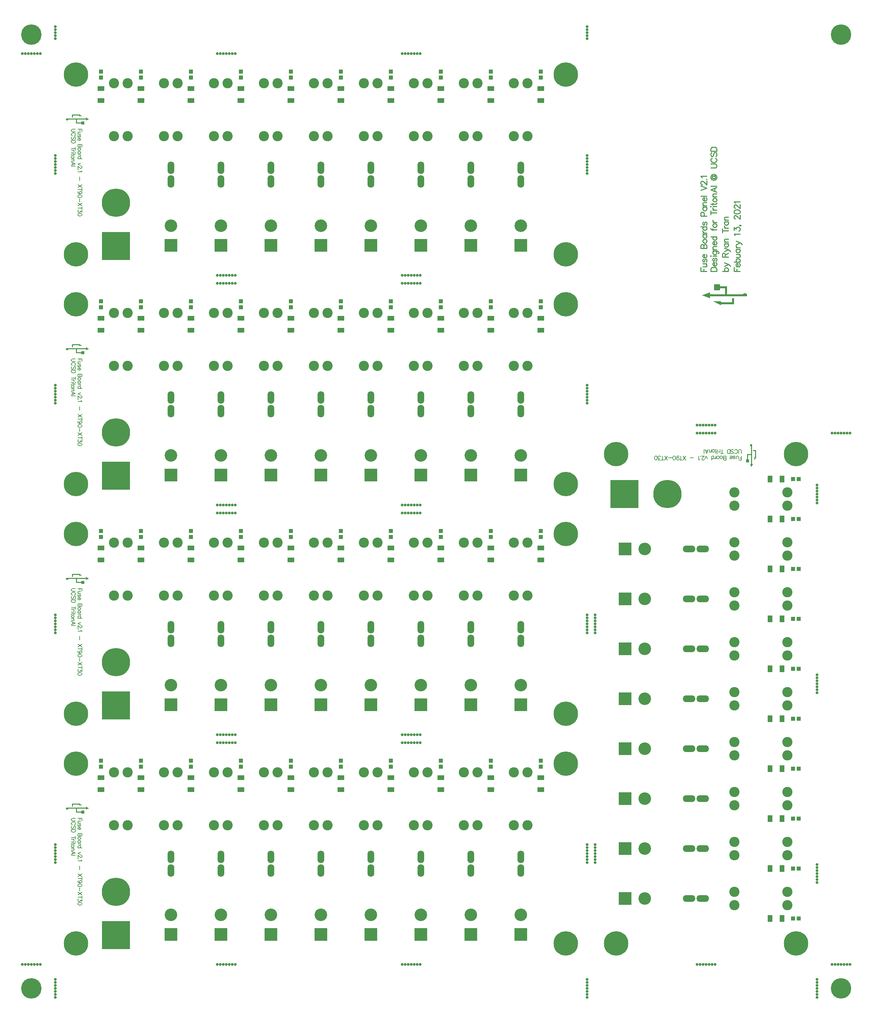
<source format=gts>
G04*
G04 #@! TF.GenerationSoftware,Altium Limited,Altium Designer,22.0.2 (36)*
G04*
G04 Layer_Color=8388736*
%FSLAX44Y44*%
%MOMM*%
G71*
G04*
G04 #@! TF.SameCoordinates,3D356D52-1F4F-4DC4-934F-51404F246838*
G04*
G04*
G04 #@! TF.FilePolarity,Negative*
G04*
G01*
G75*
%ADD10C,0.2540*%
%ADD13C,0.1524*%
%ADD35R,1.7032X1.2532*%
%ADD36R,1.0032X1.0032*%
%ADD37R,1.2532X1.7032*%
%ADD38R,1.0032X1.0032*%
%ADD39C,5.2032*%
%ADD40C,0.7112*%
%ADD41R,3.2032X3.2032*%
%ADD42C,3.2032*%
%ADD43O,1.7032X3.2032*%
%ADD44C,2.6032*%
%ADD45C,7.2032*%
%ADD46R,7.2032X7.2032*%
%ADD47C,6.2032*%
%ADD48R,3.2032X3.2032*%
%ADD49O,3.2032X1.7032*%
%ADD50R,7.2032X7.2032*%
G36*
X168110Y2256310D02*
X159220D01*
Y2257580D01*
X143980D01*
Y2252500D01*
X141440D01*
Y2260120D01*
X159220D01*
Y2261390D01*
X168110Y2256310D01*
D02*
G37*
G36*
X184620Y2248690D02*
X177000Y2244880D01*
Y2247420D01*
X154140D01*
Y2239800D01*
X165570Y2239800D01*
Y2242340D01*
X173190D01*
Y2234720D01*
X165570D01*
Y2237260D01*
X151600Y2237260D01*
Y2247420D01*
X132550Y2247420D01*
X132549Y2247421D01*
X132337Y2246969D01*
X131677Y2246219D01*
X130833Y2245684D01*
X129874Y2245405D01*
X128875Y2245405D01*
X127916Y2245684D01*
X127073Y2246219D01*
X126412Y2246968D01*
X126200Y2247420D01*
X126200Y2249960D01*
X177000D01*
Y2252500D01*
X184620Y2248690D01*
D02*
G37*
G36*
X1788160Y1823720D02*
X1805940D01*
Y1803400D01*
X1846580D01*
X1847324Y1804144D01*
Y1804144D01*
X1847751Y1804571D01*
X1848755Y1805242D01*
X1849871Y1805704D01*
X1851056Y1805940D01*
X1852264D01*
X1853449Y1805704D01*
X1854565Y1805242D01*
X1855569Y1804571D01*
X1855996Y1804144D01*
X1856740Y1803400D01*
X1856740Y1798320D01*
X1762760D01*
Y1793240D01*
X1742440Y1800860D01*
X1762760Y1808480D01*
Y1803400D01*
X1800860D01*
Y1818640D01*
X1788160D01*
Y1813560D01*
X1772920D01*
Y1828800D01*
X1788160D01*
Y1823720D01*
D02*
G37*
G36*
X1823720Y1778000D02*
X1790700D01*
Y1775460D01*
X1770380Y1785620D01*
X1790700D01*
Y1783080D01*
X1818640D01*
Y1793240D01*
X1823720D01*
Y1778000D01*
D02*
G37*
G36*
X168110Y1672110D02*
X159220D01*
Y1673380D01*
X143980D01*
Y1668300D01*
X141440D01*
Y1675920D01*
X159220D01*
Y1677190D01*
X168110Y1672110D01*
D02*
G37*
G36*
X184620Y1664490D02*
X177000Y1660680D01*
Y1663220D01*
X154140D01*
Y1655600D01*
X165570Y1655600D01*
Y1658140D01*
X173190D01*
Y1650520D01*
X165570D01*
Y1653060D01*
X151600Y1653060D01*
Y1663220D01*
X132550Y1663220D01*
X132549Y1663221D01*
X132337Y1662769D01*
X131677Y1662019D01*
X130833Y1661484D01*
X129874Y1661205D01*
X128875Y1661205D01*
X127916Y1661484D01*
X127073Y1662019D01*
X126412Y1662768D01*
X126200Y1663220D01*
X126200Y1665760D01*
X177000D01*
Y1668300D01*
X184620Y1664490D01*
D02*
G37*
G36*
X1879600Y1389380D02*
X1880870D01*
X1875790Y1380490D01*
Y1389380D01*
X1877060D01*
Y1404620D01*
X1871980D01*
Y1407160D01*
X1879600D01*
Y1389380D01*
D02*
G37*
G36*
X1869440Y1422400D02*
Y1371600D01*
X1871980D01*
X1868170Y1363980D01*
X1864360Y1371600D01*
X1866900D01*
Y1394460D01*
X1859280D01*
X1859280Y1383030D01*
X1861820D01*
Y1375410D01*
X1854200D01*
Y1383030D01*
X1856740D01*
X1856740Y1397000D01*
X1866900D01*
X1866900Y1416050D01*
X1866901Y1416051D01*
X1866449Y1416263D01*
X1865699Y1416924D01*
X1865164Y1417767D01*
X1864885Y1418726D01*
X1864885Y1419725D01*
X1865164Y1420684D01*
X1865699Y1421527D01*
X1866448Y1422188D01*
X1866900Y1422400D01*
X1869440Y1422400D01*
D02*
G37*
G36*
X168110Y1087910D02*
X159220D01*
Y1089180D01*
X143980D01*
Y1084100D01*
X141440D01*
Y1091720D01*
X159220D01*
Y1092990D01*
X168110Y1087910D01*
D02*
G37*
G36*
X184620Y1080290D02*
X177000Y1076480D01*
Y1079020D01*
X154140D01*
Y1071400D01*
X165570Y1071400D01*
Y1073940D01*
X173190D01*
Y1066320D01*
X165570D01*
Y1068860D01*
X151600Y1068860D01*
Y1079020D01*
X132550Y1079020D01*
X132549Y1079021D01*
X132337Y1078569D01*
X131677Y1077819D01*
X130833Y1077284D01*
X129874Y1077005D01*
X128875Y1077005D01*
X127916Y1077284D01*
X127073Y1077819D01*
X126412Y1078568D01*
X126200Y1079020D01*
X126200Y1081560D01*
X177000D01*
Y1084100D01*
X184620Y1080290D01*
D02*
G37*
G36*
X168110Y503710D02*
X159220D01*
Y504980D01*
X143980D01*
Y499900D01*
X141440D01*
Y507520D01*
X159220D01*
Y508790D01*
X168110Y503710D01*
D02*
G37*
G36*
X184620Y496090D02*
X177000Y492280D01*
Y494820D01*
X154140D01*
Y487200D01*
X165570Y487200D01*
Y489740D01*
X173190D01*
Y482120D01*
X165570D01*
Y484660D01*
X151600Y484660D01*
Y494820D01*
X132550Y494820D01*
X132549Y494821D01*
X132337Y494369D01*
X131677Y493619D01*
X130833Y493084D01*
X129874Y492805D01*
X128875Y492805D01*
X127916Y493084D01*
X127073Y493619D01*
X126412Y494368D01*
X126200Y494820D01*
X126200Y497360D01*
X177000D01*
Y499900D01*
X184620Y496090D01*
D02*
G37*
D10*
X1739701Y1861820D02*
X1754937D01*
X1739701D02*
Y1871252D01*
X1746956Y1861820D02*
Y1867625D01*
X1744780Y1872994D02*
X1752035D01*
X1754212Y1873719D01*
X1754937Y1875170D01*
Y1877347D01*
X1754212Y1878798D01*
X1752035Y1880975D01*
X1744780D02*
X1754937D01*
X1746956Y1892946D02*
X1745505Y1892221D01*
X1744780Y1890044D01*
Y1887868D01*
X1745505Y1885691D01*
X1746956Y1884965D01*
X1748407Y1885691D01*
X1749133Y1887142D01*
X1749859Y1890770D01*
X1750584Y1892221D01*
X1752035Y1892946D01*
X1752761D01*
X1754212Y1892221D01*
X1754937Y1890044D01*
Y1887868D01*
X1754212Y1885691D01*
X1752761Y1884965D01*
X1749133Y1896139D02*
Y1904846D01*
X1747682D01*
X1746231Y1904120D01*
X1745505Y1903394D01*
X1744780Y1901943D01*
Y1899767D01*
X1745505Y1898316D01*
X1746956Y1896864D01*
X1749133Y1896139D01*
X1750584D01*
X1752761Y1896864D01*
X1754212Y1898316D01*
X1754937Y1899767D01*
Y1901943D01*
X1754212Y1903394D01*
X1752761Y1904846D01*
X1739701Y1920082D02*
X1754937D01*
X1739701D02*
Y1926613D01*
X1740426Y1928789D01*
X1741152Y1929515D01*
X1742603Y1930240D01*
X1744054D01*
X1745505Y1929515D01*
X1746231Y1928789D01*
X1746956Y1926613D01*
Y1920082D02*
Y1926613D01*
X1747682Y1928789D01*
X1748407Y1929515D01*
X1749859Y1930240D01*
X1752035D01*
X1753486Y1929515D01*
X1754212Y1928789D01*
X1754937Y1926613D01*
Y1920082D01*
X1744780Y1937278D02*
X1745505Y1935827D01*
X1746956Y1934376D01*
X1749133Y1933650D01*
X1750584D01*
X1752761Y1934376D01*
X1754212Y1935827D01*
X1754937Y1937278D01*
Y1939455D01*
X1754212Y1940906D01*
X1752761Y1942357D01*
X1750584Y1943083D01*
X1749133D01*
X1746956Y1942357D01*
X1745505Y1940906D01*
X1744780Y1939455D01*
Y1937278D01*
Y1955127D02*
X1754937D01*
X1746956D02*
X1745505Y1953676D01*
X1744780Y1952225D01*
Y1950048D01*
X1745505Y1948597D01*
X1746956Y1947146D01*
X1749133Y1946420D01*
X1750584D01*
X1752761Y1947146D01*
X1754212Y1948597D01*
X1754937Y1950048D01*
Y1952225D01*
X1754212Y1953676D01*
X1752761Y1955127D01*
X1744780Y1959190D02*
X1754937D01*
X1749133D02*
X1746956Y1959916D01*
X1745505Y1961367D01*
X1744780Y1962818D01*
Y1964995D01*
X1739701Y1975080D02*
X1754937D01*
X1746956D02*
X1745505Y1973629D01*
X1744780Y1972177D01*
Y1970001D01*
X1745505Y1968550D01*
X1746956Y1967099D01*
X1749133Y1966373D01*
X1750584D01*
X1752761Y1967099D01*
X1754212Y1968550D01*
X1754937Y1970001D01*
Y1972177D01*
X1754212Y1973629D01*
X1752761Y1975080D01*
X1746956Y1987124D02*
X1745505Y1986398D01*
X1744780Y1984222D01*
Y1982045D01*
X1745505Y1979868D01*
X1746956Y1979143D01*
X1748407Y1979868D01*
X1749133Y1981320D01*
X1749859Y1984947D01*
X1750584Y1986398D01*
X1752035Y1987124D01*
X1752761D01*
X1754212Y1986398D01*
X1754937Y1984222D01*
Y1982045D01*
X1754212Y1979868D01*
X1752761Y1979143D01*
X1747682Y2002288D02*
Y2008818D01*
X1746956Y2010995D01*
X1746231Y2011720D01*
X1744780Y2012446D01*
X1742603D01*
X1741152Y2011720D01*
X1740426Y2010995D01*
X1739701Y2008818D01*
Y2002288D01*
X1754937D01*
X1744780Y2024563D02*
X1754937D01*
X1746956D02*
X1745505Y2023112D01*
X1744780Y2021661D01*
Y2019484D01*
X1745505Y2018033D01*
X1746956Y2016582D01*
X1749133Y2015856D01*
X1750584D01*
X1752761Y2016582D01*
X1754212Y2018033D01*
X1754937Y2019484D01*
Y2021661D01*
X1754212Y2023112D01*
X1752761Y2024563D01*
X1744780Y2028626D02*
X1754937D01*
X1747682D02*
X1745505Y2030803D01*
X1744780Y2032254D01*
Y2034430D01*
X1745505Y2035882D01*
X1747682Y2036607D01*
X1754937D01*
X1749133Y2040598D02*
Y2049304D01*
X1747682D01*
X1746231Y2048579D01*
X1745505Y2047853D01*
X1744780Y2046402D01*
Y2044225D01*
X1745505Y2042774D01*
X1746956Y2041323D01*
X1749133Y2040598D01*
X1750584D01*
X1752761Y2041323D01*
X1754212Y2042774D01*
X1754937Y2044225D01*
Y2046402D01*
X1754212Y2047853D01*
X1752761Y2049304D01*
X1739701Y2052569D02*
X1754937D01*
X1739701Y2067734D02*
X1754937Y2073538D01*
X1739701Y2079343D02*
X1754937Y2073538D01*
X1743329Y2082027D02*
X1742603D01*
X1741152Y2082753D01*
X1740426Y2083478D01*
X1739701Y2084929D01*
Y2087832D01*
X1740426Y2089283D01*
X1741152Y2090008D01*
X1742603Y2090734D01*
X1744054D01*
X1745505Y2090008D01*
X1747682Y2088557D01*
X1754937Y2081302D01*
Y2091459D01*
X1753486Y2095595D02*
X1754212Y2094870D01*
X1754937Y2095595D01*
X1754212Y2096321D01*
X1753486Y2095595D01*
X1742603Y2099658D02*
X1741877Y2101109D01*
X1739701Y2103286D01*
X1754937D01*
X1764806Y1861820D02*
X1780043D01*
X1764806D02*
Y1866899D01*
X1765532Y1869076D01*
X1766983Y1870527D01*
X1768434Y1871252D01*
X1770611Y1871978D01*
X1774239D01*
X1776415Y1871252D01*
X1777867Y1870527D01*
X1779318Y1869076D01*
X1780043Y1866899D01*
Y1861820D01*
X1774239Y1875388D02*
Y1884095D01*
X1772788D01*
X1771336Y1883369D01*
X1770611Y1882643D01*
X1769885Y1881192D01*
Y1879016D01*
X1770611Y1877565D01*
X1772062Y1876113D01*
X1774239Y1875388D01*
X1775690D01*
X1777867Y1876113D01*
X1779318Y1877565D01*
X1780043Y1879016D01*
Y1881192D01*
X1779318Y1882643D01*
X1777867Y1884095D01*
X1772062Y1895341D02*
X1770611Y1894615D01*
X1769885Y1892439D01*
Y1890262D01*
X1770611Y1888085D01*
X1772062Y1887360D01*
X1773513Y1888085D01*
X1774239Y1889536D01*
X1774964Y1893164D01*
X1775690Y1894615D01*
X1777141Y1895341D01*
X1777867D01*
X1779318Y1894615D01*
X1780043Y1892439D01*
Y1890262D01*
X1779318Y1888085D01*
X1777867Y1887360D01*
X1764806Y1899984D02*
X1765532Y1900710D01*
X1764806Y1901436D01*
X1764081Y1900710D01*
X1764806Y1899984D01*
X1769885Y1900710D02*
X1780043D01*
X1769885Y1912827D02*
X1781494D01*
X1783671Y1912101D01*
X1784397Y1911376D01*
X1785122Y1909925D01*
Y1907748D01*
X1784397Y1906297D01*
X1772062Y1912827D02*
X1770611Y1911376D01*
X1769885Y1909925D01*
Y1907748D01*
X1770611Y1906297D01*
X1772062Y1904846D01*
X1774239Y1904120D01*
X1775690D01*
X1777867Y1904846D01*
X1779318Y1906297D01*
X1780043Y1907748D01*
Y1909925D01*
X1779318Y1911376D01*
X1777867Y1912827D01*
X1769885Y1916890D02*
X1780043D01*
X1772788D02*
X1770611Y1919067D01*
X1769885Y1920518D01*
Y1922694D01*
X1770611Y1924146D01*
X1772788Y1924871D01*
X1780043D01*
X1774239Y1928862D02*
Y1937568D01*
X1772788D01*
X1771336Y1936843D01*
X1770611Y1936117D01*
X1769885Y1934666D01*
Y1932489D01*
X1770611Y1931038D01*
X1772062Y1929587D01*
X1774239Y1928862D01*
X1775690D01*
X1777867Y1929587D01*
X1779318Y1931038D01*
X1780043Y1932489D01*
Y1934666D01*
X1779318Y1936117D01*
X1777867Y1937568D01*
X1764806Y1949540D02*
X1780043D01*
X1772062D02*
X1770611Y1948089D01*
X1769885Y1946638D01*
Y1944461D01*
X1770611Y1943010D01*
X1772062Y1941559D01*
X1774239Y1940833D01*
X1775690D01*
X1777867Y1941559D01*
X1779318Y1943010D01*
X1780043Y1944461D01*
Y1946638D01*
X1779318Y1948089D01*
X1777867Y1949540D01*
X1764806Y1971379D02*
Y1969928D01*
X1765532Y1968477D01*
X1767709Y1967752D01*
X1780043D01*
X1769885Y1965575D02*
Y1970654D01*
Y1977184D02*
X1770611Y1975733D01*
X1772062Y1974282D01*
X1774239Y1973556D01*
X1775690D01*
X1777867Y1974282D01*
X1779318Y1975733D01*
X1780043Y1977184D01*
Y1979361D01*
X1779318Y1980812D01*
X1777867Y1982263D01*
X1775690Y1982988D01*
X1774239D01*
X1772062Y1982263D01*
X1770611Y1980812D01*
X1769885Y1979361D01*
Y1977184D01*
Y1986326D02*
X1780043D01*
X1774239D02*
X1772062Y1987051D01*
X1770611Y1988503D01*
X1769885Y1989954D01*
Y1992130D01*
X1764806Y2010560D02*
X1780043D01*
X1764806Y2005481D02*
Y2015638D01*
X1769885Y2017452D02*
X1780043D01*
X1774239D02*
X1772062Y2018178D01*
X1770611Y2019629D01*
X1769885Y2021080D01*
Y2023257D01*
X1764806Y2026087D02*
X1765532Y2026812D01*
X1764806Y2027538D01*
X1764081Y2026812D01*
X1764806Y2026087D01*
X1769885Y2026812D02*
X1780043D01*
X1764806Y2032399D02*
X1777141D01*
X1779318Y2033125D01*
X1780043Y2034576D01*
Y2036027D01*
X1769885Y2030222D02*
Y2035301D01*
Y2041831D02*
X1770611Y2040380D01*
X1772062Y2038929D01*
X1774239Y2038203D01*
X1775690D01*
X1777867Y2038929D01*
X1779318Y2040380D01*
X1780043Y2041831D01*
Y2044008D01*
X1779318Y2045459D01*
X1777867Y2046910D01*
X1775690Y2047636D01*
X1774239D01*
X1772062Y2046910D01*
X1770611Y2045459D01*
X1769885Y2044008D01*
Y2041831D01*
Y2050973D02*
X1780043D01*
X1772788D02*
X1770611Y2053150D01*
X1769885Y2054601D01*
Y2056778D01*
X1770611Y2058229D01*
X1772788Y2058954D01*
X1780043D01*
Y2074554D02*
X1764806Y2068749D01*
X1780043Y2062945D01*
X1774964Y2065122D02*
Y2072377D01*
X1764806Y2078109D02*
X1780043D01*
X1770611Y2104157D02*
X1769160Y2103431D01*
X1768434Y2101980D01*
Y2099803D01*
X1769160Y2098352D01*
X1769885Y2097627D01*
X1772062Y2096901D01*
X1774239D01*
X1775690Y2097627D01*
X1776415Y2099078D01*
Y2101254D01*
X1775690Y2102706D01*
X1774239Y2103431D01*
X1768434Y2099803D02*
X1769885Y2098352D01*
X1772062Y2097627D01*
X1774239D01*
X1775690Y2098352D01*
X1776415Y2099078D01*
X1768434Y2104157D02*
X1774239Y2103431D01*
X1775690D01*
X1776415Y2104882D01*
Y2106333D01*
X1774964Y2107784D01*
X1772788Y2108510D01*
X1771336D01*
X1769160Y2107784D01*
X1767709Y2107059D01*
X1766257Y2105608D01*
X1765532Y2104157D01*
X1764806Y2101980D01*
Y2099803D01*
X1765532Y2097627D01*
X1766257Y2096176D01*
X1767709Y2094724D01*
X1769160Y2093999D01*
X1771336Y2093273D01*
X1773513D01*
X1775690Y2093999D01*
X1777141Y2094724D01*
X1778592Y2096176D01*
X1779318Y2097627D01*
X1780043Y2099803D01*
Y2101980D01*
X1779318Y2104157D01*
X1778592Y2105608D01*
X1777867Y2106333D01*
X1768434Y2104882D02*
X1774239Y2104157D01*
X1775690D01*
X1776415Y2104882D01*
X1764806Y2124400D02*
X1775690D01*
X1777867Y2125125D01*
X1779318Y2126577D01*
X1780043Y2128753D01*
Y2130204D01*
X1779318Y2132381D01*
X1777867Y2133832D01*
X1775690Y2134558D01*
X1764806D01*
X1768434Y2149649D02*
X1766983Y2148924D01*
X1765532Y2147473D01*
X1764806Y2146021D01*
Y2143119D01*
X1765532Y2141668D01*
X1766983Y2140217D01*
X1768434Y2139491D01*
X1770611Y2138766D01*
X1774239D01*
X1776415Y2139491D01*
X1777867Y2140217D01*
X1779318Y2141668D01*
X1780043Y2143119D01*
Y2146021D01*
X1779318Y2147473D01*
X1777867Y2148924D01*
X1776415Y2149649D01*
X1766983Y2164088D02*
X1765532Y2162637D01*
X1764806Y2160460D01*
Y2157558D01*
X1765532Y2155381D01*
X1766983Y2153930D01*
X1768434D01*
X1769885Y2154656D01*
X1770611Y2155381D01*
X1771336Y2156832D01*
X1772788Y2161186D01*
X1773513Y2162637D01*
X1774239Y2163362D01*
X1775690Y2164088D01*
X1777867D01*
X1779318Y2162637D01*
X1780043Y2160460D01*
Y2157558D01*
X1779318Y2155381D01*
X1777867Y2153930D01*
X1764806Y2167498D02*
X1780043D01*
X1764806D02*
Y2172577D01*
X1765532Y2174754D01*
X1766983Y2176205D01*
X1768434Y2176930D01*
X1770611Y2177656D01*
X1774239D01*
X1776415Y2176930D01*
X1777867Y2176205D01*
X1779318Y2174754D01*
X1780043Y2172577D01*
Y2167498D01*
X1794265Y1861820D02*
X1809502D01*
X1801521D02*
X1800070Y1863271D01*
X1799344Y1864722D01*
Y1866899D01*
X1800070Y1868350D01*
X1801521Y1869801D01*
X1803698Y1870527D01*
X1805149D01*
X1807325Y1869801D01*
X1808777Y1868350D01*
X1809502Y1866899D01*
Y1864722D01*
X1808777Y1863271D01*
X1807325Y1861820D01*
X1799344Y1874517D02*
X1809502Y1878871D01*
X1799344Y1883224D02*
X1809502Y1878871D01*
X1812404Y1877419D01*
X1813855Y1875968D01*
X1814581Y1874517D01*
Y1873792D01*
X1794265Y1897735D02*
X1809502D01*
X1794265D02*
Y1904265D01*
X1794991Y1906442D01*
X1795717Y1907168D01*
X1797168Y1907893D01*
X1798619D01*
X1800070Y1907168D01*
X1800795Y1906442D01*
X1801521Y1904265D01*
Y1897735D01*
Y1902814D02*
X1809502Y1907893D01*
X1799344Y1912029D02*
X1809502Y1916382D01*
X1799344Y1920735D02*
X1809502Y1916382D01*
X1812404Y1914931D01*
X1813855Y1913480D01*
X1814581Y1912029D01*
Y1911303D01*
X1799344Y1931982D02*
X1809502D01*
X1801521D02*
X1800070Y1930531D01*
X1799344Y1929079D01*
Y1926903D01*
X1800070Y1925452D01*
X1801521Y1924000D01*
X1803698Y1923275D01*
X1805149D01*
X1807325Y1924000D01*
X1808777Y1925452D01*
X1809502Y1926903D01*
Y1929079D01*
X1808777Y1930531D01*
X1807325Y1931982D01*
X1799344Y1936045D02*
X1809502D01*
X1802247D02*
X1800070Y1938221D01*
X1799344Y1939673D01*
Y1941849D01*
X1800070Y1943300D01*
X1802247Y1944026D01*
X1809502D01*
X1794265Y1965067D02*
X1809502D01*
X1794265Y1959988D02*
Y1970146D01*
X1799344Y1971960D02*
X1809502D01*
X1803698D02*
X1801521Y1972685D01*
X1800070Y1974137D01*
X1799344Y1975588D01*
Y1977764D01*
Y1987850D02*
X1809502D01*
X1801521D02*
X1800070Y1986398D01*
X1799344Y1984947D01*
Y1982771D01*
X1800070Y1981320D01*
X1801521Y1979868D01*
X1803698Y1979143D01*
X1805149D01*
X1807325Y1979868D01*
X1808777Y1981320D01*
X1809502Y1982771D01*
Y1984947D01*
X1808777Y1986398D01*
X1807325Y1987850D01*
X1799344Y1991913D02*
X1809502D01*
X1802247D02*
X1800070Y1994089D01*
X1799344Y1995541D01*
Y1997717D01*
X1800070Y1999168D01*
X1802247Y1999894D01*
X1809502D01*
X1823724Y1861820D02*
X1838961D01*
X1823724D02*
Y1871252D01*
X1830980Y1861820D02*
Y1867625D01*
X1833157Y1872994D02*
Y1881700D01*
X1831705D01*
X1830254Y1880975D01*
X1829529Y1880249D01*
X1828803Y1878798D01*
Y1876621D01*
X1829529Y1875170D01*
X1830980Y1873719D01*
X1833157Y1872994D01*
X1834608D01*
X1836784Y1873719D01*
X1838235Y1875170D01*
X1838961Y1876621D01*
Y1878798D01*
X1838235Y1880249D01*
X1836784Y1881700D01*
X1823724Y1884965D02*
X1838961D01*
X1830980D02*
X1829529Y1886416D01*
X1828803Y1887868D01*
Y1890044D01*
X1829529Y1891495D01*
X1830980Y1892946D01*
X1833157Y1893672D01*
X1834608D01*
X1836784Y1892946D01*
X1838235Y1891495D01*
X1838961Y1890044D01*
Y1887868D01*
X1838235Y1886416D01*
X1836784Y1884965D01*
X1828803Y1896937D02*
X1836059D01*
X1838235Y1897663D01*
X1838961Y1899114D01*
Y1901290D01*
X1838235Y1902742D01*
X1836059Y1904918D01*
X1828803D02*
X1838961D01*
X1828803Y1917616D02*
X1838961D01*
X1830980D02*
X1829529Y1916164D01*
X1828803Y1914713D01*
Y1912537D01*
X1829529Y1911086D01*
X1830980Y1909634D01*
X1833157Y1908909D01*
X1834608D01*
X1836784Y1909634D01*
X1838235Y1911086D01*
X1838961Y1912537D01*
Y1914713D01*
X1838235Y1916164D01*
X1836784Y1917616D01*
X1828803Y1921679D02*
X1838961D01*
X1833157D02*
X1830980Y1922404D01*
X1829529Y1923855D01*
X1828803Y1925306D01*
Y1927483D01*
Y1929587D02*
X1838961Y1933941D01*
X1828803Y1938294D02*
X1838961Y1933941D01*
X1841863Y1932489D01*
X1843314Y1931038D01*
X1844040Y1929587D01*
Y1928862D01*
X1826627Y1952805D02*
X1825901Y1954256D01*
X1823724Y1956433D01*
X1838961D01*
X1823724Y1965430D02*
Y1973411D01*
X1829529Y1969058D01*
Y1971234D01*
X1830254Y1972686D01*
X1830980Y1973411D01*
X1833157Y1974137D01*
X1834608D01*
X1836784Y1973411D01*
X1838235Y1971960D01*
X1838961Y1969783D01*
Y1967607D01*
X1838235Y1965430D01*
X1837510Y1964704D01*
X1836059Y1963979D01*
X1838235Y1978998D02*
X1838961Y1978272D01*
X1838235Y1977547D01*
X1837510Y1978272D01*
X1838235Y1978998D01*
X1839687D01*
X1841138Y1978272D01*
X1841863Y1977547D01*
X1827352Y1995033D02*
X1826627D01*
X1825175Y1995758D01*
X1824450Y1996484D01*
X1823724Y1997935D01*
Y2000837D01*
X1824450Y2002288D01*
X1825175Y2003014D01*
X1826627Y2003739D01*
X1828078D01*
X1829529Y2003014D01*
X1831705Y2001563D01*
X1838961Y1994307D01*
Y2004465D01*
X1823724Y2012228D02*
X1824450Y2010052D01*
X1826627Y2008601D01*
X1830254Y2007875D01*
X1832431D01*
X1836059Y2008601D01*
X1838235Y2010052D01*
X1838961Y2012228D01*
Y2013680D01*
X1838235Y2015856D01*
X1836059Y2017307D01*
X1832431Y2018033D01*
X1830254D01*
X1826627Y2017307D01*
X1824450Y2015856D01*
X1823724Y2013680D01*
Y2012228D01*
X1827352Y2022168D02*
X1826627D01*
X1825175Y2022894D01*
X1824450Y2023620D01*
X1823724Y2025071D01*
Y2027973D01*
X1824450Y2029424D01*
X1825175Y2030150D01*
X1826627Y2030875D01*
X1828078D01*
X1829529Y2030150D01*
X1831705Y2028699D01*
X1838961Y2021443D01*
Y2031601D01*
X1826627Y2035011D02*
X1825901Y2036462D01*
X1823724Y2038639D01*
X1838961D01*
D13*
X166912Y470436D02*
X156755D01*
X166912D02*
Y464148D01*
X162076Y470436D02*
Y466566D01*
X163527Y462987D02*
X158689D01*
X157238Y462503D01*
X156755Y461536D01*
Y460085D01*
X157238Y459117D01*
X158689Y457666D01*
X163527D02*
X156755D01*
X162076Y449685D02*
X163043Y450169D01*
X163527Y451620D01*
Y453071D01*
X163043Y454522D01*
X162076Y455006D01*
X161108Y454522D01*
X160624Y453555D01*
X160141Y451136D01*
X159657Y450169D01*
X158689Y449685D01*
X158206D01*
X157238Y450169D01*
X156755Y451620D01*
Y453071D01*
X157238Y454522D01*
X158206Y455006D01*
X160624Y447557D02*
Y441752D01*
X161592D01*
X162559Y442236D01*
X163043Y442720D01*
X163527Y443687D01*
Y445138D01*
X163043Y446106D01*
X162076Y447073D01*
X160624Y447557D01*
X159657D01*
X158206Y447073D01*
X157238Y446106D01*
X156755Y445138D01*
Y443687D01*
X157238Y442720D01*
X158206Y441752D01*
X166912Y431594D02*
X156755D01*
X166912D02*
Y427241D01*
X166429Y425790D01*
X165945Y425306D01*
X164978Y424823D01*
X164010D01*
X163043Y425306D01*
X162559Y425790D01*
X162076Y427241D01*
Y431594D02*
Y427241D01*
X161592Y425790D01*
X161108Y425306D01*
X160141Y424823D01*
X158689D01*
X157722Y425306D01*
X157238Y425790D01*
X156755Y427241D01*
Y431594D01*
X163527Y420131D02*
X163043Y421098D01*
X162076Y422065D01*
X160624Y422549D01*
X159657D01*
X158206Y422065D01*
X157238Y421098D01*
X156755Y420131D01*
Y418680D01*
X157238Y417712D01*
X158206Y416745D01*
X159657Y416261D01*
X160624D01*
X162076Y416745D01*
X163043Y417712D01*
X163527Y418680D01*
Y420131D01*
Y408232D02*
X156755D01*
X162076D02*
X163043Y409199D01*
X163527Y410166D01*
Y411617D01*
X163043Y412585D01*
X162076Y413552D01*
X160624Y414036D01*
X159657D01*
X158206Y413552D01*
X157238Y412585D01*
X156755Y411617D01*
Y410166D01*
X157238Y409199D01*
X158206Y408232D01*
X163527Y405523D02*
X156755D01*
X160624D02*
X162076Y405039D01*
X163043Y404072D01*
X163527Y403104D01*
Y401653D01*
X166912Y394930D02*
X156755D01*
X162076D02*
X163043Y395897D01*
X163527Y396864D01*
Y398316D01*
X163043Y399283D01*
X162076Y400250D01*
X160624Y400734D01*
X159657D01*
X158206Y400250D01*
X157238Y399283D01*
X156755Y398316D01*
Y396864D01*
X157238Y395897D01*
X158206Y394930D01*
X163527Y384240D02*
X156755Y381337D01*
X163527Y378435D02*
X156755Y381337D01*
X164494Y376307D02*
X164978D01*
X165945Y375823D01*
X166429Y375340D01*
X166912Y374372D01*
Y372437D01*
X166429Y371470D01*
X165945Y370986D01*
X164978Y370502D01*
X164010D01*
X163043Y370986D01*
X161592Y371954D01*
X156755Y376791D01*
Y370019D01*
X157722Y367262D02*
X157238Y367745D01*
X156755Y367262D01*
X157238Y366778D01*
X157722Y367262D01*
X164978Y364553D02*
X165461Y363585D01*
X166912Y362134D01*
X156755D01*
X161108Y349123D02*
Y340416D01*
X166912Y329436D02*
X156755Y322664D01*
X166912D02*
X156755Y329436D01*
X166912Y317005D02*
X156755D01*
X166912Y320391D02*
Y313619D01*
X163527Y306121D02*
X162076Y306605D01*
X161108Y307572D01*
X160624Y309023D01*
Y309507D01*
X161108Y310958D01*
X162076Y311926D01*
X163527Y312409D01*
X164010D01*
X165461Y311926D01*
X166429Y310958D01*
X166912Y309507D01*
Y309023D01*
X166429Y307572D01*
X165461Y306605D01*
X163527Y306121D01*
X161108D01*
X158689Y306605D01*
X157238Y307572D01*
X156755Y309023D01*
Y309991D01*
X157238Y311442D01*
X158206Y311926D01*
X166912Y300462D02*
X166429Y301913D01*
X164978Y302880D01*
X162559Y303364D01*
X161108D01*
X158689Y302880D01*
X157238Y301913D01*
X156755Y300462D01*
Y299494D01*
X157238Y298043D01*
X158689Y297076D01*
X161108Y296592D01*
X162559D01*
X164978Y297076D01*
X166429Y298043D01*
X166912Y299494D01*
Y300462D01*
X161108Y294319D02*
Y285612D01*
X166912Y282613D02*
X156755Y275841D01*
X166912D02*
X156755Y282613D01*
X166912Y270182D02*
X156755D01*
X166912Y273568D02*
Y266796D01*
Y264619D02*
Y259298D01*
X163043Y262201D01*
Y260750D01*
X162559Y259782D01*
X162076Y259298D01*
X160624Y258815D01*
X159657D01*
X158206Y259298D01*
X157238Y260266D01*
X156755Y261717D01*
Y263168D01*
X157238Y264619D01*
X157722Y265103D01*
X158689Y265587D01*
X166912Y253639D02*
X166429Y255090D01*
X164978Y256058D01*
X162559Y256541D01*
X161108D01*
X158689Y256058D01*
X157238Y255090D01*
X156755Y253639D01*
Y252672D01*
X157238Y251221D01*
X158689Y250253D01*
X161108Y249769D01*
X162559D01*
X164978Y250253D01*
X166429Y251221D01*
X166912Y252672D01*
Y253639D01*
X150582Y470436D02*
X143326D01*
X141875Y469952D01*
X140908Y468985D01*
X140424Y467534D01*
Y466566D01*
X140908Y465115D01*
X141875Y464148D01*
X143326Y463664D01*
X150582D01*
X148163Y453603D02*
X149131Y454087D01*
X150098Y455054D01*
X150582Y456022D01*
Y457956D01*
X150098Y458924D01*
X149131Y459891D01*
X148163Y460375D01*
X146712Y460859D01*
X144294D01*
X142843Y460375D01*
X141875Y459891D01*
X140908Y458924D01*
X140424Y457956D01*
Y456022D01*
X140908Y455054D01*
X141875Y454087D01*
X142843Y453603D01*
X149131Y443977D02*
X150098Y444945D01*
X150582Y446396D01*
Y448331D01*
X150098Y449782D01*
X149131Y450749D01*
X148163D01*
X147196Y450266D01*
X146712Y449782D01*
X146229Y448814D01*
X145261Y445912D01*
X144777Y444945D01*
X144294Y444461D01*
X143326Y443977D01*
X141875D01*
X140908Y444945D01*
X140424Y446396D01*
Y448331D01*
X140908Y449782D01*
X141875Y450749D01*
X150582Y441704D02*
X140424D01*
X150582D02*
Y438318D01*
X150098Y436867D01*
X149131Y435899D01*
X148163Y435416D01*
X146712Y434932D01*
X144294D01*
X142843Y435416D01*
X141875Y435899D01*
X140908Y436867D01*
X140424Y438318D01*
Y441704D01*
X150582Y421292D02*
X140424D01*
X150582Y424678D02*
Y417906D01*
X147196Y416696D02*
X140424D01*
X144294D02*
X145745Y416213D01*
X146712Y415245D01*
X147196Y414278D01*
Y412827D01*
X150582Y410940D02*
X150098Y410457D01*
X150582Y409973D01*
X151066Y410457D01*
X150582Y410940D01*
X147196Y410457D02*
X140424D01*
X150582Y406732D02*
X142359D01*
X140908Y406248D01*
X140424Y405281D01*
Y404314D01*
X147196Y408183D02*
Y404797D01*
Y400444D02*
X146712Y401411D01*
X145745Y402379D01*
X144294Y402862D01*
X143326D01*
X141875Y402379D01*
X140908Y401411D01*
X140424Y400444D01*
Y398993D01*
X140908Y398025D01*
X141875Y397058D01*
X143326Y396574D01*
X144294D01*
X145745Y397058D01*
X146712Y398025D01*
X147196Y398993D01*
Y400444D01*
Y394349D02*
X140424D01*
X145261D02*
X146712Y392898D01*
X147196Y391931D01*
Y390480D01*
X146712Y389512D01*
X145261Y389028D01*
X140424D01*
Y378629D02*
X150582Y382498D01*
X140424Y386368D01*
X143810Y384917D02*
Y380080D01*
X150582Y376259D02*
X140424D01*
X166912Y1054636D02*
X156755D01*
X166912D02*
Y1048348D01*
X162076Y1054636D02*
Y1050766D01*
X163527Y1047187D02*
X158689D01*
X157238Y1046703D01*
X156755Y1045736D01*
Y1044285D01*
X157238Y1043317D01*
X158689Y1041866D01*
X163527D02*
X156755D01*
X162076Y1033885D02*
X163043Y1034369D01*
X163527Y1035820D01*
Y1037271D01*
X163043Y1038722D01*
X162076Y1039206D01*
X161108Y1038722D01*
X160624Y1037755D01*
X160141Y1035336D01*
X159657Y1034369D01*
X158689Y1033885D01*
X158206D01*
X157238Y1034369D01*
X156755Y1035820D01*
Y1037271D01*
X157238Y1038722D01*
X158206Y1039206D01*
X160624Y1031757D02*
Y1025952D01*
X161592D01*
X162559Y1026436D01*
X163043Y1026920D01*
X163527Y1027887D01*
Y1029338D01*
X163043Y1030306D01*
X162076Y1031273D01*
X160624Y1031757D01*
X159657D01*
X158206Y1031273D01*
X157238Y1030306D01*
X156755Y1029338D01*
Y1027887D01*
X157238Y1026920D01*
X158206Y1025952D01*
X166912Y1015794D02*
X156755D01*
X166912D02*
Y1011441D01*
X166429Y1009990D01*
X165945Y1009506D01*
X164978Y1009023D01*
X164010D01*
X163043Y1009506D01*
X162559Y1009990D01*
X162076Y1011441D01*
Y1015794D02*
Y1011441D01*
X161592Y1009990D01*
X161108Y1009506D01*
X160141Y1009023D01*
X158689D01*
X157722Y1009506D01*
X157238Y1009990D01*
X156755Y1011441D01*
Y1015794D01*
X163527Y1004331D02*
X163043Y1005298D01*
X162076Y1006265D01*
X160624Y1006749D01*
X159657D01*
X158206Y1006265D01*
X157238Y1005298D01*
X156755Y1004331D01*
Y1002879D01*
X157238Y1001912D01*
X158206Y1000945D01*
X159657Y1000461D01*
X160624D01*
X162076Y1000945D01*
X163043Y1001912D01*
X163527Y1002879D01*
Y1004331D01*
Y992431D02*
X156755D01*
X162076D02*
X163043Y993399D01*
X163527Y994366D01*
Y995817D01*
X163043Y996785D01*
X162076Y997752D01*
X160624Y998236D01*
X159657D01*
X158206Y997752D01*
X157238Y996785D01*
X156755Y995817D01*
Y994366D01*
X157238Y993399D01*
X158206Y992431D01*
X163527Y989723D02*
X156755D01*
X160624D02*
X162076Y989239D01*
X163043Y988272D01*
X163527Y987304D01*
Y985853D01*
X166912Y979130D02*
X156755D01*
X162076D02*
X163043Y980097D01*
X163527Y981064D01*
Y982515D01*
X163043Y983483D01*
X162076Y984450D01*
X160624Y984934D01*
X159657D01*
X158206Y984450D01*
X157238Y983483D01*
X156755Y982515D01*
Y981064D01*
X157238Y980097D01*
X158206Y979130D01*
X163527Y968440D02*
X156755Y965537D01*
X163527Y962635D02*
X156755Y965537D01*
X164494Y960507D02*
X164978D01*
X165945Y960023D01*
X166429Y959539D01*
X166912Y958572D01*
Y956637D01*
X166429Y955670D01*
X165945Y955186D01*
X164978Y954702D01*
X164010D01*
X163043Y955186D01*
X161592Y956153D01*
X156755Y960991D01*
Y954219D01*
X157722Y951462D02*
X157238Y951945D01*
X156755Y951462D01*
X157238Y950978D01*
X157722Y951462D01*
X164978Y948753D02*
X165461Y947785D01*
X166912Y946334D01*
X156755D01*
X161108Y933323D02*
Y924616D01*
X166912Y913636D02*
X156755Y906864D01*
X166912D02*
X156755Y913636D01*
X166912Y901205D02*
X156755D01*
X166912Y904591D02*
Y897819D01*
X163527Y890321D02*
X162076Y890805D01*
X161108Y891772D01*
X160624Y893223D01*
Y893707D01*
X161108Y895158D01*
X162076Y896126D01*
X163527Y896609D01*
X164010D01*
X165461Y896126D01*
X166429Y895158D01*
X166912Y893707D01*
Y893223D01*
X166429Y891772D01*
X165461Y890805D01*
X163527Y890321D01*
X161108D01*
X158689Y890805D01*
X157238Y891772D01*
X156755Y893223D01*
Y894191D01*
X157238Y895642D01*
X158206Y896126D01*
X166912Y884662D02*
X166429Y886113D01*
X164978Y887080D01*
X162559Y887564D01*
X161108D01*
X158689Y887080D01*
X157238Y886113D01*
X156755Y884662D01*
Y883694D01*
X157238Y882243D01*
X158689Y881276D01*
X161108Y880792D01*
X162559D01*
X164978Y881276D01*
X166429Y882243D01*
X166912Y883694D01*
Y884662D01*
X161108Y878519D02*
Y869812D01*
X166912Y866813D02*
X156755Y860041D01*
X166912D02*
X156755Y866813D01*
X166912Y854382D02*
X156755D01*
X166912Y857768D02*
Y850996D01*
Y848819D02*
Y843499D01*
X163043Y846401D01*
Y844950D01*
X162559Y843982D01*
X162076Y843499D01*
X160624Y843015D01*
X159657D01*
X158206Y843499D01*
X157238Y844466D01*
X156755Y845917D01*
Y847368D01*
X157238Y848819D01*
X157722Y849303D01*
X158689Y849787D01*
X166912Y837839D02*
X166429Y839290D01*
X164978Y840258D01*
X162559Y840741D01*
X161108D01*
X158689Y840258D01*
X157238Y839290D01*
X156755Y837839D01*
Y836872D01*
X157238Y835421D01*
X158689Y834453D01*
X161108Y833969D01*
X162559D01*
X164978Y834453D01*
X166429Y835421D01*
X166912Y836872D01*
Y837839D01*
X150582Y1054636D02*
X143326D01*
X141875Y1054152D01*
X140908Y1053185D01*
X140424Y1051734D01*
Y1050766D01*
X140908Y1049315D01*
X141875Y1048348D01*
X143326Y1047864D01*
X150582D01*
X148163Y1037803D02*
X149131Y1038287D01*
X150098Y1039254D01*
X150582Y1040222D01*
Y1042156D01*
X150098Y1043124D01*
X149131Y1044091D01*
X148163Y1044575D01*
X146712Y1045059D01*
X144294D01*
X142843Y1044575D01*
X141875Y1044091D01*
X140908Y1043124D01*
X140424Y1042156D01*
Y1040222D01*
X140908Y1039254D01*
X141875Y1038287D01*
X142843Y1037803D01*
X149131Y1028177D02*
X150098Y1029145D01*
X150582Y1030596D01*
Y1032531D01*
X150098Y1033982D01*
X149131Y1034949D01*
X148163D01*
X147196Y1034465D01*
X146712Y1033982D01*
X146229Y1033014D01*
X145261Y1030112D01*
X144777Y1029145D01*
X144294Y1028661D01*
X143326Y1028177D01*
X141875D01*
X140908Y1029145D01*
X140424Y1030596D01*
Y1032531D01*
X140908Y1033982D01*
X141875Y1034949D01*
X150582Y1025904D02*
X140424D01*
X150582D02*
Y1022518D01*
X150098Y1021067D01*
X149131Y1020099D01*
X148163Y1019616D01*
X146712Y1019132D01*
X144294D01*
X142843Y1019616D01*
X141875Y1020099D01*
X140908Y1021067D01*
X140424Y1022518D01*
Y1025904D01*
X150582Y1005491D02*
X140424D01*
X150582Y1008877D02*
Y1002106D01*
X147196Y1000896D02*
X140424D01*
X144294D02*
X145745Y1000413D01*
X146712Y999445D01*
X147196Y998478D01*
Y997027D01*
X150582Y995140D02*
X150098Y994657D01*
X150582Y994173D01*
X151066Y994657D01*
X150582Y995140D01*
X147196Y994657D02*
X140424D01*
X150582Y990932D02*
X142359D01*
X140908Y990448D01*
X140424Y989481D01*
Y988513D01*
X147196Y992383D02*
Y988997D01*
Y984644D02*
X146712Y985611D01*
X145745Y986579D01*
X144294Y987062D01*
X143326D01*
X141875Y986579D01*
X140908Y985611D01*
X140424Y984644D01*
Y983193D01*
X140908Y982225D01*
X141875Y981258D01*
X143326Y980774D01*
X144294D01*
X145745Y981258D01*
X146712Y982225D01*
X147196Y983193D01*
Y984644D01*
Y978549D02*
X140424D01*
X145261D02*
X146712Y977098D01*
X147196Y976131D01*
Y974679D01*
X146712Y973712D01*
X145261Y973228D01*
X140424D01*
Y962829D02*
X150582Y966698D01*
X140424Y970568D01*
X143810Y969117D02*
Y964280D01*
X150582Y960459D02*
X140424D01*
X166912Y1638836D02*
X156755D01*
X166912D02*
Y1632548D01*
X162076Y1638836D02*
Y1634966D01*
X163527Y1631387D02*
X158689D01*
X157238Y1630903D01*
X156755Y1629936D01*
Y1628485D01*
X157238Y1627517D01*
X158689Y1626066D01*
X163527D02*
X156755D01*
X162076Y1618085D02*
X163043Y1618569D01*
X163527Y1620020D01*
Y1621471D01*
X163043Y1622922D01*
X162076Y1623406D01*
X161108Y1622922D01*
X160624Y1621955D01*
X160141Y1619536D01*
X159657Y1618569D01*
X158689Y1618085D01*
X158206D01*
X157238Y1618569D01*
X156755Y1620020D01*
Y1621471D01*
X157238Y1622922D01*
X158206Y1623406D01*
X160624Y1615957D02*
Y1610152D01*
X161592D01*
X162559Y1610636D01*
X163043Y1611120D01*
X163527Y1612087D01*
Y1613538D01*
X163043Y1614506D01*
X162076Y1615473D01*
X160624Y1615957D01*
X159657D01*
X158206Y1615473D01*
X157238Y1614506D01*
X156755Y1613538D01*
Y1612087D01*
X157238Y1611120D01*
X158206Y1610152D01*
X166912Y1599994D02*
X156755D01*
X166912D02*
Y1595641D01*
X166429Y1594190D01*
X165945Y1593706D01*
X164978Y1593223D01*
X164010D01*
X163043Y1593706D01*
X162559Y1594190D01*
X162076Y1595641D01*
Y1599994D02*
Y1595641D01*
X161592Y1594190D01*
X161108Y1593706D01*
X160141Y1593223D01*
X158689D01*
X157722Y1593706D01*
X157238Y1594190D01*
X156755Y1595641D01*
Y1599994D01*
X163527Y1588531D02*
X163043Y1589498D01*
X162076Y1590465D01*
X160624Y1590949D01*
X159657D01*
X158206Y1590465D01*
X157238Y1589498D01*
X156755Y1588531D01*
Y1587079D01*
X157238Y1586112D01*
X158206Y1585145D01*
X159657Y1584661D01*
X160624D01*
X162076Y1585145D01*
X163043Y1586112D01*
X163527Y1587079D01*
Y1588531D01*
Y1576631D02*
X156755D01*
X162076D02*
X163043Y1577599D01*
X163527Y1578566D01*
Y1580017D01*
X163043Y1580985D01*
X162076Y1581952D01*
X160624Y1582436D01*
X159657D01*
X158206Y1581952D01*
X157238Y1580985D01*
X156755Y1580017D01*
Y1578566D01*
X157238Y1577599D01*
X158206Y1576631D01*
X163527Y1573923D02*
X156755D01*
X160624D02*
X162076Y1573439D01*
X163043Y1572472D01*
X163527Y1571504D01*
Y1570053D01*
X166912Y1563330D02*
X156755D01*
X162076D02*
X163043Y1564297D01*
X163527Y1565264D01*
Y1566716D01*
X163043Y1567683D01*
X162076Y1568650D01*
X160624Y1569134D01*
X159657D01*
X158206Y1568650D01*
X157238Y1567683D01*
X156755Y1566716D01*
Y1565264D01*
X157238Y1564297D01*
X158206Y1563330D01*
X163527Y1552640D02*
X156755Y1549737D01*
X163527Y1546835D02*
X156755Y1549737D01*
X164494Y1544707D02*
X164978D01*
X165945Y1544223D01*
X166429Y1543739D01*
X166912Y1542772D01*
Y1540837D01*
X166429Y1539870D01*
X165945Y1539386D01*
X164978Y1538902D01*
X164010D01*
X163043Y1539386D01*
X161592Y1540354D01*
X156755Y1545191D01*
Y1538419D01*
X157722Y1535662D02*
X157238Y1536145D01*
X156755Y1535662D01*
X157238Y1535178D01*
X157722Y1535662D01*
X164978Y1532953D02*
X165461Y1531985D01*
X166912Y1530534D01*
X156755D01*
X161108Y1517523D02*
Y1508816D01*
X166912Y1497836D02*
X156755Y1491064D01*
X166912D02*
X156755Y1497836D01*
X166912Y1485405D02*
X156755D01*
X166912Y1488790D02*
Y1482019D01*
X163527Y1474521D02*
X162076Y1475005D01*
X161108Y1475972D01*
X160624Y1477423D01*
Y1477907D01*
X161108Y1479358D01*
X162076Y1480326D01*
X163527Y1480809D01*
X164010D01*
X165461Y1480326D01*
X166429Y1479358D01*
X166912Y1477907D01*
Y1477423D01*
X166429Y1475972D01*
X165461Y1475005D01*
X163527Y1474521D01*
X161108D01*
X158689Y1475005D01*
X157238Y1475972D01*
X156755Y1477423D01*
Y1478391D01*
X157238Y1479842D01*
X158206Y1480326D01*
X166912Y1468862D02*
X166429Y1470313D01*
X164978Y1471280D01*
X162559Y1471764D01*
X161108D01*
X158689Y1471280D01*
X157238Y1470313D01*
X156755Y1468862D01*
Y1467894D01*
X157238Y1466443D01*
X158689Y1465476D01*
X161108Y1464992D01*
X162559D01*
X164978Y1465476D01*
X166429Y1466443D01*
X166912Y1467894D01*
Y1468862D01*
X161108Y1462719D02*
Y1454012D01*
X166912Y1451013D02*
X156755Y1444241D01*
X166912D02*
X156755Y1451013D01*
X166912Y1438582D02*
X156755D01*
X166912Y1441968D02*
Y1435196D01*
Y1433019D02*
Y1427699D01*
X163043Y1430601D01*
Y1429150D01*
X162559Y1428182D01*
X162076Y1427699D01*
X160624Y1427215D01*
X159657D01*
X158206Y1427699D01*
X157238Y1428666D01*
X156755Y1430117D01*
Y1431568D01*
X157238Y1433019D01*
X157722Y1433503D01*
X158689Y1433987D01*
X166912Y1422039D02*
X166429Y1423490D01*
X164978Y1424458D01*
X162559Y1424941D01*
X161108D01*
X158689Y1424458D01*
X157238Y1423490D01*
X156755Y1422039D01*
Y1421072D01*
X157238Y1419621D01*
X158689Y1418653D01*
X161108Y1418170D01*
X162559D01*
X164978Y1418653D01*
X166429Y1419621D01*
X166912Y1421072D01*
Y1422039D01*
X150582Y1638836D02*
X143326D01*
X141875Y1638352D01*
X140908Y1637385D01*
X140424Y1635934D01*
Y1634966D01*
X140908Y1633515D01*
X141875Y1632548D01*
X143326Y1632064D01*
X150582D01*
X148163Y1622003D02*
X149131Y1622487D01*
X150098Y1623454D01*
X150582Y1624422D01*
Y1626356D01*
X150098Y1627324D01*
X149131Y1628291D01*
X148163Y1628775D01*
X146712Y1629259D01*
X144294D01*
X142843Y1628775D01*
X141875Y1628291D01*
X140908Y1627324D01*
X140424Y1626356D01*
Y1624422D01*
X140908Y1623454D01*
X141875Y1622487D01*
X142843Y1622003D01*
X149131Y1612377D02*
X150098Y1613345D01*
X150582Y1614796D01*
Y1616731D01*
X150098Y1618182D01*
X149131Y1619149D01*
X148163D01*
X147196Y1618665D01*
X146712Y1618182D01*
X146229Y1617214D01*
X145261Y1614312D01*
X144777Y1613345D01*
X144294Y1612861D01*
X143326Y1612377D01*
X141875D01*
X140908Y1613345D01*
X140424Y1614796D01*
Y1616731D01*
X140908Y1618182D01*
X141875Y1619149D01*
X150582Y1610104D02*
X140424D01*
X150582D02*
Y1606718D01*
X150098Y1605267D01*
X149131Y1604299D01*
X148163Y1603816D01*
X146712Y1603332D01*
X144294D01*
X142843Y1603816D01*
X141875Y1604299D01*
X140908Y1605267D01*
X140424Y1606718D01*
Y1610104D01*
X150582Y1589691D02*
X140424D01*
X150582Y1593078D02*
Y1586306D01*
X147196Y1585096D02*
X140424D01*
X144294D02*
X145745Y1584613D01*
X146712Y1583645D01*
X147196Y1582678D01*
Y1581227D01*
X150582Y1579340D02*
X150098Y1578857D01*
X150582Y1578373D01*
X151066Y1578857D01*
X150582Y1579340D01*
X147196Y1578857D02*
X140424D01*
X150582Y1575132D02*
X142359D01*
X140908Y1574648D01*
X140424Y1573681D01*
Y1572713D01*
X147196Y1576583D02*
Y1573197D01*
Y1568844D02*
X146712Y1569811D01*
X145745Y1570779D01*
X144294Y1571262D01*
X143326D01*
X141875Y1570779D01*
X140908Y1569811D01*
X140424Y1568844D01*
Y1567393D01*
X140908Y1566425D01*
X141875Y1565458D01*
X143326Y1564974D01*
X144294D01*
X145745Y1565458D01*
X146712Y1566425D01*
X147196Y1567393D01*
Y1568844D01*
Y1562749D02*
X140424D01*
X145261D02*
X146712Y1561298D01*
X147196Y1560331D01*
Y1558880D01*
X146712Y1557912D01*
X145261Y1557428D01*
X140424D01*
Y1547029D02*
X150582Y1550898D01*
X140424Y1554768D01*
X143810Y1553317D02*
Y1548480D01*
X150582Y1544659D02*
X140424D01*
X166912Y2223036D02*
X156755D01*
X166912D02*
Y2216748D01*
X162076Y2223036D02*
Y2219166D01*
X163527Y2215587D02*
X158689D01*
X157238Y2215103D01*
X156755Y2214136D01*
Y2212685D01*
X157238Y2211717D01*
X158689Y2210266D01*
X163527D02*
X156755D01*
X162076Y2202285D02*
X163043Y2202769D01*
X163527Y2204220D01*
Y2205671D01*
X163043Y2207122D01*
X162076Y2207606D01*
X161108Y2207122D01*
X160624Y2206155D01*
X160141Y2203736D01*
X159657Y2202769D01*
X158689Y2202285D01*
X158206D01*
X157238Y2202769D01*
X156755Y2204220D01*
Y2205671D01*
X157238Y2207122D01*
X158206Y2207606D01*
X160624Y2200157D02*
Y2194352D01*
X161592D01*
X162559Y2194836D01*
X163043Y2195320D01*
X163527Y2196287D01*
Y2197738D01*
X163043Y2198706D01*
X162076Y2199673D01*
X160624Y2200157D01*
X159657D01*
X158206Y2199673D01*
X157238Y2198706D01*
X156755Y2197738D01*
Y2196287D01*
X157238Y2195320D01*
X158206Y2194352D01*
X166912Y2184194D02*
X156755D01*
X166912D02*
Y2179841D01*
X166429Y2178390D01*
X165945Y2177906D01*
X164978Y2177422D01*
X164010D01*
X163043Y2177906D01*
X162559Y2178390D01*
X162076Y2179841D01*
Y2184194D02*
Y2179841D01*
X161592Y2178390D01*
X161108Y2177906D01*
X160141Y2177422D01*
X158689D01*
X157722Y2177906D01*
X157238Y2178390D01*
X156755Y2179841D01*
Y2184194D01*
X163527Y2172731D02*
X163043Y2173698D01*
X162076Y2174665D01*
X160624Y2175149D01*
X159657D01*
X158206Y2174665D01*
X157238Y2173698D01*
X156755Y2172731D01*
Y2171279D01*
X157238Y2170312D01*
X158206Y2169345D01*
X159657Y2168861D01*
X160624D01*
X162076Y2169345D01*
X163043Y2170312D01*
X163527Y2171279D01*
Y2172731D01*
Y2160831D02*
X156755D01*
X162076D02*
X163043Y2161799D01*
X163527Y2162766D01*
Y2164217D01*
X163043Y2165185D01*
X162076Y2166152D01*
X160624Y2166636D01*
X159657D01*
X158206Y2166152D01*
X157238Y2165185D01*
X156755Y2164217D01*
Y2162766D01*
X157238Y2161799D01*
X158206Y2160831D01*
X163527Y2158123D02*
X156755D01*
X160624D02*
X162076Y2157639D01*
X163043Y2156672D01*
X163527Y2155704D01*
Y2154253D01*
X166912Y2147530D02*
X156755D01*
X162076D02*
X163043Y2148497D01*
X163527Y2149464D01*
Y2150916D01*
X163043Y2151883D01*
X162076Y2152850D01*
X160624Y2153334D01*
X159657D01*
X158206Y2152850D01*
X157238Y2151883D01*
X156755Y2150916D01*
Y2149464D01*
X157238Y2148497D01*
X158206Y2147530D01*
X163527Y2136840D02*
X156755Y2133937D01*
X163527Y2131035D02*
X156755Y2133937D01*
X164494Y2128907D02*
X164978D01*
X165945Y2128423D01*
X166429Y2127939D01*
X166912Y2126972D01*
Y2125037D01*
X166429Y2124070D01*
X165945Y2123586D01*
X164978Y2123102D01*
X164010D01*
X163043Y2123586D01*
X161592Y2124554D01*
X156755Y2129391D01*
Y2122619D01*
X157722Y2119862D02*
X157238Y2120345D01*
X156755Y2119862D01*
X157238Y2119378D01*
X157722Y2119862D01*
X164978Y2117153D02*
X165461Y2116185D01*
X166912Y2114734D01*
X156755D01*
X161108Y2101723D02*
Y2093016D01*
X166912Y2082036D02*
X156755Y2075264D01*
X166912D02*
X156755Y2082036D01*
X166912Y2069604D02*
X156755D01*
X166912Y2072991D02*
Y2066219D01*
X163527Y2058721D02*
X162076Y2059205D01*
X161108Y2060172D01*
X160624Y2061623D01*
Y2062107D01*
X161108Y2063558D01*
X162076Y2064526D01*
X163527Y2065009D01*
X164010D01*
X165461Y2064526D01*
X166429Y2063558D01*
X166912Y2062107D01*
Y2061623D01*
X166429Y2060172D01*
X165461Y2059205D01*
X163527Y2058721D01*
X161108D01*
X158689Y2059205D01*
X157238Y2060172D01*
X156755Y2061623D01*
Y2062591D01*
X157238Y2064042D01*
X158206Y2064526D01*
X166912Y2053062D02*
X166429Y2054513D01*
X164978Y2055480D01*
X162559Y2055964D01*
X161108D01*
X158689Y2055480D01*
X157238Y2054513D01*
X156755Y2053062D01*
Y2052094D01*
X157238Y2050643D01*
X158689Y2049676D01*
X161108Y2049192D01*
X162559D01*
X164978Y2049676D01*
X166429Y2050643D01*
X166912Y2052094D01*
Y2053062D01*
X161108Y2046919D02*
Y2038212D01*
X166912Y2035213D02*
X156755Y2028441D01*
X166912D02*
X156755Y2035213D01*
X166912Y2022782D02*
X156755D01*
X166912Y2026168D02*
Y2019396D01*
Y2017219D02*
Y2011898D01*
X163043Y2014801D01*
Y2013350D01*
X162559Y2012382D01*
X162076Y2011898D01*
X160624Y2011415D01*
X159657D01*
X158206Y2011898D01*
X157238Y2012866D01*
X156755Y2014317D01*
Y2015768D01*
X157238Y2017219D01*
X157722Y2017703D01*
X158689Y2018187D01*
X166912Y2006239D02*
X166429Y2007690D01*
X164978Y2008658D01*
X162559Y2009141D01*
X161108D01*
X158689Y2008658D01*
X157238Y2007690D01*
X156755Y2006239D01*
Y2005272D01*
X157238Y2003821D01*
X158689Y2002853D01*
X161108Y2002370D01*
X162559D01*
X164978Y2002853D01*
X166429Y2003821D01*
X166912Y2005272D01*
Y2006239D01*
X150582Y2223036D02*
X143326D01*
X141875Y2222552D01*
X140908Y2221585D01*
X140424Y2220134D01*
Y2219166D01*
X140908Y2217715D01*
X141875Y2216748D01*
X143326Y2216264D01*
X150582D01*
X148163Y2206203D02*
X149131Y2206687D01*
X150098Y2207654D01*
X150582Y2208622D01*
Y2210556D01*
X150098Y2211524D01*
X149131Y2212491D01*
X148163Y2212975D01*
X146712Y2213459D01*
X144294D01*
X142843Y2212975D01*
X141875Y2212491D01*
X140908Y2211524D01*
X140424Y2210556D01*
Y2208622D01*
X140908Y2207654D01*
X141875Y2206687D01*
X142843Y2206203D01*
X149131Y2196577D02*
X150098Y2197545D01*
X150582Y2198996D01*
Y2200931D01*
X150098Y2202382D01*
X149131Y2203349D01*
X148163D01*
X147196Y2202865D01*
X146712Y2202382D01*
X146229Y2201414D01*
X145261Y2198512D01*
X144777Y2197545D01*
X144294Y2197061D01*
X143326Y2196577D01*
X141875D01*
X140908Y2197545D01*
X140424Y2198996D01*
Y2200931D01*
X140908Y2202382D01*
X141875Y2203349D01*
X150582Y2194304D02*
X140424D01*
X150582D02*
Y2190918D01*
X150098Y2189467D01*
X149131Y2188499D01*
X148163Y2188016D01*
X146712Y2187532D01*
X144294D01*
X142843Y2188016D01*
X141875Y2188499D01*
X140908Y2189467D01*
X140424Y2190918D01*
Y2194304D01*
X150582Y2173891D02*
X140424D01*
X150582Y2177278D02*
Y2170506D01*
X147196Y2169296D02*
X140424D01*
X144294D02*
X145745Y2168813D01*
X146712Y2167845D01*
X147196Y2166878D01*
Y2165427D01*
X150582Y2163540D02*
X150098Y2163056D01*
X150582Y2162573D01*
X151066Y2163056D01*
X150582Y2163540D01*
X147196Y2163056D02*
X140424D01*
X150582Y2159332D02*
X142359D01*
X140908Y2158848D01*
X140424Y2157881D01*
Y2156913D01*
X147196Y2160783D02*
Y2157397D01*
Y2153044D02*
X146712Y2154011D01*
X145745Y2154979D01*
X144294Y2155462D01*
X143326D01*
X141875Y2154979D01*
X140908Y2154011D01*
X140424Y2153044D01*
Y2151593D01*
X140908Y2150625D01*
X141875Y2149658D01*
X143326Y2149174D01*
X144294D01*
X145745Y2149658D01*
X146712Y2150625D01*
X147196Y2151593D01*
Y2153044D01*
Y2146949D02*
X140424D01*
X145261D02*
X146712Y2145498D01*
X147196Y2144531D01*
Y2143080D01*
X146712Y2142112D01*
X145261Y2141628D01*
X140424D01*
Y2131229D02*
X150582Y2135098D01*
X140424Y2138968D01*
X143810Y2137517D02*
Y2132680D01*
X150582Y2128858D02*
X140424D01*
X1842516Y1381687D02*
Y1391845D01*
Y1381687D02*
X1836228D01*
X1842516Y1386525D02*
X1838646D01*
X1835067Y1385073D02*
Y1389910D01*
X1834583Y1391362D01*
X1833616Y1391845D01*
X1832165D01*
X1831197Y1391362D01*
X1829746Y1389910D01*
Y1385073D02*
Y1391845D01*
X1821765Y1386525D02*
X1822249Y1385557D01*
X1823700Y1385073D01*
X1825151D01*
X1826602Y1385557D01*
X1827086Y1386525D01*
X1826602Y1387492D01*
X1825635Y1387976D01*
X1823216Y1388459D01*
X1822249Y1388943D01*
X1821765Y1389910D01*
Y1390394D01*
X1822249Y1391362D01*
X1823700Y1391845D01*
X1825151D01*
X1826602Y1391362D01*
X1827086Y1390394D01*
X1819637Y1387976D02*
X1813832D01*
Y1387008D01*
X1814316Y1386041D01*
X1814800Y1385557D01*
X1815767Y1385073D01*
X1817218D01*
X1818186Y1385557D01*
X1819153Y1386525D01*
X1819637Y1387976D01*
Y1388943D01*
X1819153Y1390394D01*
X1818186Y1391362D01*
X1817218Y1391845D01*
X1815767D01*
X1814800Y1391362D01*
X1813832Y1390394D01*
X1803674Y1381687D02*
Y1391845D01*
Y1381687D02*
X1799321D01*
X1797870Y1382171D01*
X1797386Y1382655D01*
X1796902Y1383622D01*
Y1384590D01*
X1797386Y1385557D01*
X1797870Y1386041D01*
X1799321Y1386525D01*
X1803674D02*
X1799321D01*
X1797870Y1387008D01*
X1797386Y1387492D01*
X1796902Y1388459D01*
Y1389910D01*
X1797386Y1390878D01*
X1797870Y1391362D01*
X1799321Y1391845D01*
X1803674D01*
X1792211Y1385073D02*
X1793178Y1385557D01*
X1794145Y1386525D01*
X1794629Y1387976D01*
Y1388943D01*
X1794145Y1390394D01*
X1793178Y1391362D01*
X1792211Y1391845D01*
X1790759D01*
X1789792Y1391362D01*
X1788825Y1390394D01*
X1788341Y1388943D01*
Y1387976D01*
X1788825Y1386525D01*
X1789792Y1385557D01*
X1790759Y1385073D01*
X1792211D01*
X1780311D02*
Y1391845D01*
Y1386525D02*
X1781279Y1385557D01*
X1782246Y1385073D01*
X1783697D01*
X1784665Y1385557D01*
X1785632Y1386525D01*
X1786116Y1387976D01*
Y1388943D01*
X1785632Y1390394D01*
X1784665Y1391362D01*
X1783697Y1391845D01*
X1782246D01*
X1781279Y1391362D01*
X1780311Y1390394D01*
X1777603Y1385073D02*
Y1391845D01*
Y1387976D02*
X1777119Y1386525D01*
X1776152Y1385557D01*
X1775184Y1385073D01*
X1773733D01*
X1767009Y1381687D02*
Y1391845D01*
Y1386525D02*
X1767977Y1385557D01*
X1768944Y1385073D01*
X1770396D01*
X1771363Y1385557D01*
X1772330Y1386525D01*
X1772814Y1387976D01*
Y1388943D01*
X1772330Y1390394D01*
X1771363Y1391362D01*
X1770396Y1391845D01*
X1768944D01*
X1767977Y1391362D01*
X1767009Y1390394D01*
X1756320Y1385073D02*
X1753417Y1391845D01*
X1750515Y1385073D02*
X1753417Y1391845D01*
X1748387Y1384106D02*
Y1383622D01*
X1747903Y1382655D01*
X1747419Y1382171D01*
X1746452Y1381687D01*
X1744517D01*
X1743550Y1382171D01*
X1743066Y1382655D01*
X1742582Y1383622D01*
Y1384590D01*
X1743066Y1385557D01*
X1744034Y1387008D01*
X1748871Y1391845D01*
X1742099D01*
X1739342Y1390878D02*
X1739825Y1391362D01*
X1739342Y1391845D01*
X1738858Y1391362D01*
X1739342Y1390878D01*
X1736633Y1383622D02*
X1735665Y1383139D01*
X1734214Y1381687D01*
Y1391845D01*
X1721203Y1387492D02*
X1712496D01*
X1701516Y1381687D02*
X1694744Y1391845D01*
Y1381687D02*
X1701516Y1391845D01*
X1689084Y1381687D02*
Y1391845D01*
X1692471Y1381687D02*
X1685699D01*
X1678201Y1385073D02*
X1678685Y1386525D01*
X1679652Y1387492D01*
X1681103Y1387976D01*
X1681587D01*
X1683038Y1387492D01*
X1684006Y1386525D01*
X1684489Y1385073D01*
Y1384590D01*
X1684006Y1383139D01*
X1683038Y1382171D01*
X1681587Y1381687D01*
X1681103D01*
X1679652Y1382171D01*
X1678685Y1383139D01*
X1678201Y1385073D01*
Y1387492D01*
X1678685Y1389910D01*
X1679652Y1391362D01*
X1681103Y1391845D01*
X1682071D01*
X1683522Y1391362D01*
X1684006Y1390394D01*
X1672542Y1381687D02*
X1673993Y1382171D01*
X1674960Y1383622D01*
X1675444Y1386041D01*
Y1387492D01*
X1674960Y1389910D01*
X1673993Y1391362D01*
X1672542Y1391845D01*
X1671574D01*
X1670123Y1391362D01*
X1669156Y1389910D01*
X1668672Y1387492D01*
Y1386041D01*
X1669156Y1383622D01*
X1670123Y1382171D01*
X1671574Y1381687D01*
X1672542D01*
X1666399Y1387492D02*
X1657692D01*
X1654693Y1381687D02*
X1647921Y1391845D01*
Y1381687D02*
X1654693Y1391845D01*
X1642262Y1381687D02*
Y1391845D01*
X1645648Y1381687D02*
X1638876D01*
X1636699D02*
X1631378D01*
X1634281Y1385557D01*
X1632830D01*
X1631862Y1386041D01*
X1631378Y1386525D01*
X1630895Y1387976D01*
Y1388943D01*
X1631378Y1390394D01*
X1632346Y1391362D01*
X1633797Y1391845D01*
X1635248D01*
X1636699Y1391362D01*
X1637183Y1390878D01*
X1637667Y1389910D01*
X1625719Y1381687D02*
X1627170Y1382171D01*
X1628138Y1383622D01*
X1628621Y1386041D01*
Y1387492D01*
X1628138Y1389910D01*
X1627170Y1391362D01*
X1625719Y1391845D01*
X1624752D01*
X1623301Y1391362D01*
X1622333Y1389910D01*
X1621849Y1387492D01*
Y1386041D01*
X1622333Y1383622D01*
X1623301Y1382171D01*
X1624752Y1381687D01*
X1625719D01*
X1842516Y1398018D02*
Y1405274D01*
X1842032Y1406725D01*
X1841065Y1407692D01*
X1839614Y1408176D01*
X1838646D01*
X1837195Y1407692D01*
X1836228Y1406725D01*
X1835744Y1405274D01*
Y1398018D01*
X1825683Y1400437D02*
X1826167Y1399469D01*
X1827134Y1398502D01*
X1828102Y1398018D01*
X1830036D01*
X1831004Y1398502D01*
X1831971Y1399469D01*
X1832455Y1400437D01*
X1832939Y1401888D01*
Y1404306D01*
X1832455Y1405757D01*
X1831971Y1406725D01*
X1831004Y1407692D01*
X1830036Y1408176D01*
X1828102D01*
X1827134Y1407692D01*
X1826167Y1406725D01*
X1825683Y1405757D01*
X1816057Y1399469D02*
X1817025Y1398502D01*
X1818476Y1398018D01*
X1820411D01*
X1821862Y1398502D01*
X1822829Y1399469D01*
Y1400437D01*
X1822345Y1401404D01*
X1821862Y1401888D01*
X1820894Y1402372D01*
X1817992Y1403339D01*
X1817025Y1403823D01*
X1816541Y1404306D01*
X1816057Y1405274D01*
Y1406725D01*
X1817025Y1407692D01*
X1818476Y1408176D01*
X1820411D01*
X1821862Y1407692D01*
X1822829Y1406725D01*
X1813784Y1398018D02*
Y1408176D01*
Y1398018D02*
X1810398D01*
X1808947Y1398502D01*
X1807979Y1399469D01*
X1807496Y1400437D01*
X1807012Y1401888D01*
Y1404306D01*
X1807496Y1405757D01*
X1807979Y1406725D01*
X1808947Y1407692D01*
X1810398Y1408176D01*
X1813784D01*
X1793371Y1398018D02*
Y1408176D01*
X1796757Y1398018D02*
X1789986D01*
X1788776Y1401404D02*
Y1408176D01*
Y1404306D02*
X1788293Y1402855D01*
X1787325Y1401888D01*
X1786358Y1401404D01*
X1784907D01*
X1783020Y1398018D02*
X1782536Y1398502D01*
X1782053Y1398018D01*
X1782536Y1397534D01*
X1783020Y1398018D01*
X1782536Y1401404D02*
Y1408176D01*
X1778812Y1398018D02*
Y1406241D01*
X1778328Y1407692D01*
X1777361Y1408176D01*
X1776393D01*
X1780263Y1401404D02*
X1776877D01*
X1772524D02*
X1773491Y1401888D01*
X1774459Y1402855D01*
X1774942Y1404306D01*
Y1405274D01*
X1774459Y1406725D01*
X1773491Y1407692D01*
X1772524Y1408176D01*
X1771073D01*
X1770105Y1407692D01*
X1769138Y1406725D01*
X1768654Y1405274D01*
Y1404306D01*
X1769138Y1402855D01*
X1770105Y1401888D01*
X1771073Y1401404D01*
X1772524D01*
X1766429D02*
Y1408176D01*
Y1403339D02*
X1764978Y1401888D01*
X1764011Y1401404D01*
X1762560D01*
X1761592Y1401888D01*
X1761108Y1403339D01*
Y1408176D01*
X1750709D02*
X1754578Y1398018D01*
X1758448Y1408176D01*
X1756997Y1404790D02*
X1752160D01*
X1748338Y1398018D02*
Y1408176D01*
D35*
X215100Y543070D02*
D03*
Y573570D02*
D03*
X316700Y543070D02*
D03*
Y573570D02*
D03*
X443700Y543070D02*
D03*
Y573570D02*
D03*
X570700Y543070D02*
D03*
Y573570D02*
D03*
X697700Y543070D02*
D03*
Y573570D02*
D03*
X824700Y543070D02*
D03*
Y573570D02*
D03*
X951700Y543070D02*
D03*
Y573570D02*
D03*
X1078700Y543070D02*
D03*
Y573570D02*
D03*
X1205700Y543070D02*
D03*
Y573570D02*
D03*
X1332700Y543070D02*
D03*
Y573570D02*
D03*
X215100Y1127270D02*
D03*
Y1157770D02*
D03*
X316700Y1127270D02*
D03*
Y1157770D02*
D03*
X443700Y1127270D02*
D03*
Y1157770D02*
D03*
X570700Y1127270D02*
D03*
Y1157770D02*
D03*
X697700Y1127270D02*
D03*
Y1157770D02*
D03*
X824700Y1127270D02*
D03*
Y1157770D02*
D03*
X951700Y1127270D02*
D03*
Y1157770D02*
D03*
X1078700Y1127270D02*
D03*
Y1157770D02*
D03*
X1205700Y1127270D02*
D03*
Y1157770D02*
D03*
X1332700Y1127270D02*
D03*
Y1157770D02*
D03*
X215100Y1711470D02*
D03*
Y1741970D02*
D03*
X316700Y1711470D02*
D03*
Y1741970D02*
D03*
X443700Y1711470D02*
D03*
Y1741970D02*
D03*
X570700Y1711470D02*
D03*
Y1741970D02*
D03*
X697700Y1711470D02*
D03*
Y1741970D02*
D03*
X824700Y1711470D02*
D03*
Y1741970D02*
D03*
X951700Y1711470D02*
D03*
Y1741970D02*
D03*
X1078700Y1711470D02*
D03*
Y1741970D02*
D03*
X1205700Y1711470D02*
D03*
Y1741970D02*
D03*
X1332700Y1711470D02*
D03*
Y1741970D02*
D03*
X215100Y2295670D02*
D03*
Y2326170D02*
D03*
X316700Y2295670D02*
D03*
Y2326170D02*
D03*
X443700Y2295670D02*
D03*
Y2326170D02*
D03*
X570700Y2295670D02*
D03*
Y2326170D02*
D03*
X697700Y2295670D02*
D03*
Y2326170D02*
D03*
X824700Y2295670D02*
D03*
Y2326170D02*
D03*
X951700Y2295670D02*
D03*
Y2326170D02*
D03*
X1078700Y2295670D02*
D03*
Y2326170D02*
D03*
X1205700Y2295670D02*
D03*
Y2326170D02*
D03*
X1332700Y2295670D02*
D03*
Y2326170D02*
D03*
D36*
X570700Y616620D02*
D03*
Y601620D02*
D03*
X316700Y616620D02*
D03*
Y601620D02*
D03*
X215100D02*
D03*
Y616620D02*
D03*
X697700D02*
D03*
Y601620D02*
D03*
X951700D02*
D03*
Y616620D02*
D03*
X824700D02*
D03*
Y601620D02*
D03*
X443700D02*
D03*
Y616620D02*
D03*
X1332700D02*
D03*
Y601620D02*
D03*
X1205700D02*
D03*
Y616620D02*
D03*
X1078700D02*
D03*
Y601620D02*
D03*
X570700Y1200820D02*
D03*
Y1185820D02*
D03*
X316700Y1200820D02*
D03*
Y1185820D02*
D03*
X215100D02*
D03*
Y1200820D02*
D03*
X697700D02*
D03*
Y1185820D02*
D03*
X951700D02*
D03*
Y1200820D02*
D03*
X824700D02*
D03*
Y1185820D02*
D03*
X443700D02*
D03*
Y1200820D02*
D03*
X1332700D02*
D03*
Y1185820D02*
D03*
X1205700D02*
D03*
Y1200820D02*
D03*
X1078700D02*
D03*
Y1185820D02*
D03*
X570700Y1785020D02*
D03*
Y1770020D02*
D03*
X316700Y1785020D02*
D03*
Y1770020D02*
D03*
X215100D02*
D03*
Y1785020D02*
D03*
X697700D02*
D03*
Y1770020D02*
D03*
X951700D02*
D03*
Y1785020D02*
D03*
X824700D02*
D03*
Y1770020D02*
D03*
X443700D02*
D03*
Y1785020D02*
D03*
X1332700D02*
D03*
Y1770020D02*
D03*
X1205700D02*
D03*
Y1785020D02*
D03*
X1078700D02*
D03*
Y1770020D02*
D03*
X570700Y2369220D02*
D03*
Y2354220D02*
D03*
X316700Y2369220D02*
D03*
Y2354220D02*
D03*
X215100D02*
D03*
Y2369220D02*
D03*
X697700D02*
D03*
Y2354220D02*
D03*
X951700D02*
D03*
Y2369220D02*
D03*
X824700D02*
D03*
Y2354220D02*
D03*
X443700D02*
D03*
Y2369220D02*
D03*
X1332700D02*
D03*
Y2354220D02*
D03*
X1205700D02*
D03*
Y2369220D02*
D03*
X1078700D02*
D03*
Y2354220D02*
D03*
D37*
X1915150Y1333500D02*
D03*
X1945650D02*
D03*
X1915150Y1231900D02*
D03*
X1945650D02*
D03*
X1915150Y1104900D02*
D03*
X1945650D02*
D03*
X1915150Y977900D02*
D03*
X1945650D02*
D03*
X1915150Y850900D02*
D03*
X1945650D02*
D03*
X1915150Y723900D02*
D03*
X1945650D02*
D03*
X1915150Y596900D02*
D03*
X1945650D02*
D03*
X1915150Y469900D02*
D03*
X1945650D02*
D03*
X1915150Y342900D02*
D03*
X1945650D02*
D03*
X1915150Y215900D02*
D03*
X1945650D02*
D03*
D38*
X1988700Y977900D02*
D03*
X1973700D02*
D03*
X1988700Y1231900D02*
D03*
X1973700D02*
D03*
Y1333500D02*
D03*
X1988700D02*
D03*
Y850900D02*
D03*
X1973700D02*
D03*
Y596900D02*
D03*
X1988700D02*
D03*
Y723900D02*
D03*
X1973700D02*
D03*
Y1104900D02*
D03*
X1988700D02*
D03*
Y215900D02*
D03*
X1973700D02*
D03*
Y342900D02*
D03*
X1988700D02*
D03*
Y469900D02*
D03*
X1973700D02*
D03*
D39*
X38100Y2463800D02*
D03*
X2095500Y38100D02*
D03*
Y2463800D02*
D03*
X38100Y38100D02*
D03*
D40*
X99060Y2484120D02*
D03*
Y2476500D02*
D03*
Y2468880D02*
D03*
Y2461260D02*
D03*
Y2453640D02*
D03*
X60960Y2415540D02*
D03*
X53340D02*
D03*
X45720D02*
D03*
X38100D02*
D03*
X30480D02*
D03*
X22860D02*
D03*
X15240D02*
D03*
X1450340Y2453640D02*
D03*
Y2461260D02*
D03*
Y2468880D02*
D03*
Y2476500D02*
D03*
Y2484120D02*
D03*
X1026160Y2415540D02*
D03*
X1018540D02*
D03*
X1010920D02*
D03*
X1003300D02*
D03*
X995680D02*
D03*
X988060D02*
D03*
X980440D02*
D03*
X510540D02*
D03*
X518160D02*
D03*
X525780D02*
D03*
X533400D02*
D03*
X541020D02*
D03*
X548640D02*
D03*
X556260D02*
D03*
X2118360Y1450340D02*
D03*
X2110740D02*
D03*
X2103120D02*
D03*
X2095500D02*
D03*
X2087880D02*
D03*
X2080260D02*
D03*
X2072640D02*
D03*
X2118360Y99060D02*
D03*
X2110740D02*
D03*
X2103120D02*
D03*
X2095500D02*
D03*
X2087880D02*
D03*
X2080260D02*
D03*
X2072640D02*
D03*
X1729740Y1450340D02*
D03*
X1737360D02*
D03*
X1744980D02*
D03*
X1752600D02*
D03*
X1760220D02*
D03*
X1767840D02*
D03*
X1775460D02*
D03*
X1729740Y1470660D02*
D03*
X1737360D02*
D03*
X1744980D02*
D03*
X1752600D02*
D03*
X1760220D02*
D03*
X1767840D02*
D03*
X1775460D02*
D03*
X2034540Y60960D02*
D03*
Y53340D02*
D03*
Y45720D02*
D03*
Y38100D02*
D03*
Y30480D02*
D03*
Y22860D02*
D03*
Y15240D02*
D03*
X99060Y2110740D02*
D03*
Y2141220D02*
D03*
Y2133600D02*
D03*
Y2125980D02*
D03*
Y2156460D02*
D03*
Y2148840D02*
D03*
Y2118360D02*
D03*
X1450340Y2156460D02*
D03*
Y2148840D02*
D03*
Y2141220D02*
D03*
Y2133600D02*
D03*
Y2125980D02*
D03*
Y2118360D02*
D03*
Y2110740D02*
D03*
Y1572260D02*
D03*
Y1564640D02*
D03*
Y1557020D02*
D03*
Y1549400D02*
D03*
Y1541780D02*
D03*
Y1534160D02*
D03*
Y1526540D02*
D03*
X1470660Y942340D02*
D03*
Y949960D02*
D03*
Y957580D02*
D03*
Y965200D02*
D03*
Y972820D02*
D03*
Y980440D02*
D03*
Y988060D02*
D03*
X1450340Y942340D02*
D03*
Y949960D02*
D03*
Y957580D02*
D03*
Y965200D02*
D03*
Y972820D02*
D03*
Y980440D02*
D03*
Y988060D02*
D03*
X556260Y1851660D02*
D03*
X548640D02*
D03*
X541020D02*
D03*
X533400D02*
D03*
X525780D02*
D03*
X518160D02*
D03*
X510540D02*
D03*
X556260Y1831340D02*
D03*
X548640D02*
D03*
X541020D02*
D03*
X533400D02*
D03*
X525780D02*
D03*
X518160D02*
D03*
X510540D02*
D03*
X980440D02*
D03*
X988060D02*
D03*
X995680D02*
D03*
X1003300D02*
D03*
X1010920D02*
D03*
X1018540D02*
D03*
X1026160D02*
D03*
X980440Y1851660D02*
D03*
X988060D02*
D03*
X995680D02*
D03*
X1003300D02*
D03*
X1010920D02*
D03*
X1018540D02*
D03*
X1026160D02*
D03*
X556260Y1267460D02*
D03*
X548640D02*
D03*
X541020D02*
D03*
X533400D02*
D03*
X525780D02*
D03*
X518160D02*
D03*
X510540D02*
D03*
X556260Y1247140D02*
D03*
X548640D02*
D03*
X541020D02*
D03*
X533400D02*
D03*
X525780D02*
D03*
X518160D02*
D03*
X510540D02*
D03*
X980440D02*
D03*
X988060D02*
D03*
X995680D02*
D03*
X1003300D02*
D03*
X1010920D02*
D03*
X1018540D02*
D03*
X1026160D02*
D03*
X980440Y1267460D02*
D03*
X988060D02*
D03*
X995680D02*
D03*
X1003300D02*
D03*
X1010920D02*
D03*
X1018540D02*
D03*
X1026160D02*
D03*
X99060Y1534160D02*
D03*
Y1564640D02*
D03*
Y1572260D02*
D03*
Y1541780D02*
D03*
Y1549400D02*
D03*
Y1557020D02*
D03*
Y1526540D02*
D03*
X99060Y942340D02*
D03*
Y972820D02*
D03*
Y965200D02*
D03*
Y957580D02*
D03*
Y988060D02*
D03*
Y980440D02*
D03*
Y949960D02*
D03*
Y365760D02*
D03*
Y396240D02*
D03*
Y403860D02*
D03*
Y373380D02*
D03*
Y381000D02*
D03*
Y388620D02*
D03*
X2034540Y1272540D02*
D03*
Y1280160D02*
D03*
Y1287780D02*
D03*
Y1295400D02*
D03*
Y1303020D02*
D03*
Y1310640D02*
D03*
Y1318260D02*
D03*
Y789940D02*
D03*
Y797560D02*
D03*
Y805180D02*
D03*
Y812800D02*
D03*
Y820420D02*
D03*
Y828040D02*
D03*
Y835660D02*
D03*
Y307340D02*
D03*
Y314960D02*
D03*
Y322580D02*
D03*
Y330200D02*
D03*
Y337820D02*
D03*
Y345440D02*
D03*
Y353060D02*
D03*
X1729740Y99060D02*
D03*
X1737360D02*
D03*
X1744980D02*
D03*
X1752600D02*
D03*
X1760220D02*
D03*
X1767840D02*
D03*
X1775460D02*
D03*
X1450340Y403860D02*
D03*
Y396240D02*
D03*
Y388620D02*
D03*
Y381000D02*
D03*
Y373380D02*
D03*
Y365760D02*
D03*
Y358140D02*
D03*
X1470660Y403860D02*
D03*
Y396240D02*
D03*
Y388620D02*
D03*
Y381000D02*
D03*
Y373380D02*
D03*
Y365760D02*
D03*
Y358140D02*
D03*
X1450340Y15240D02*
D03*
Y22860D02*
D03*
Y30480D02*
D03*
Y38100D02*
D03*
Y45720D02*
D03*
Y53340D02*
D03*
Y60960D02*
D03*
X99060Y15240D02*
D03*
Y22860D02*
D03*
Y30480D02*
D03*
Y38100D02*
D03*
Y45720D02*
D03*
Y53340D02*
D03*
Y60960D02*
D03*
X15240Y99060D02*
D03*
X22860D02*
D03*
X30480D02*
D03*
X38100D02*
D03*
X45720D02*
D03*
X53340D02*
D03*
X60960D02*
D03*
X1026160Y683260D02*
D03*
X1018540D02*
D03*
X1010920D02*
D03*
X1003300D02*
D03*
X995680D02*
D03*
X988060D02*
D03*
X980440D02*
D03*
X1026160Y662940D02*
D03*
X1018540D02*
D03*
X1010920D02*
D03*
X1003300D02*
D03*
X995680D02*
D03*
X988060D02*
D03*
X980440D02*
D03*
X510540D02*
D03*
X518160D02*
D03*
X525780D02*
D03*
X533400D02*
D03*
X541020D02*
D03*
X548640D02*
D03*
X556260D02*
D03*
X510540Y683260D02*
D03*
X518160D02*
D03*
X525780D02*
D03*
X533400D02*
D03*
X541020D02*
D03*
X548640D02*
D03*
X556260D02*
D03*
X1026160Y99060D02*
D03*
X1018540D02*
D03*
X1010920D02*
D03*
X1003300D02*
D03*
X995680D02*
D03*
X988060D02*
D03*
X980440D02*
D03*
X556260D02*
D03*
X548640D02*
D03*
X541020D02*
D03*
X533400D02*
D03*
X525780D02*
D03*
X518160D02*
D03*
X510540D02*
D03*
X99060Y358140D02*
D03*
D41*
X1281900Y175180D02*
D03*
X1154900D02*
D03*
X1027900D02*
D03*
X900900D02*
D03*
X773900D02*
D03*
X646900D02*
D03*
X519900D02*
D03*
X392900D02*
D03*
X1281900Y759380D02*
D03*
X1154900D02*
D03*
X1027900D02*
D03*
X900900D02*
D03*
X773900D02*
D03*
X646900D02*
D03*
X519900D02*
D03*
X392900D02*
D03*
X1281900Y1343580D02*
D03*
X1154900D02*
D03*
X1027900D02*
D03*
X900900D02*
D03*
X773900D02*
D03*
X646900D02*
D03*
X519900D02*
D03*
X392900D02*
D03*
X1281900Y1927780D02*
D03*
X1154900D02*
D03*
X1027900D02*
D03*
X900900D02*
D03*
X773900D02*
D03*
X646900D02*
D03*
X519900D02*
D03*
X392900D02*
D03*
D42*
X1281900Y225180D02*
D03*
X1154900D02*
D03*
X1027900D02*
D03*
X900900D02*
D03*
X773900D02*
D03*
X646900D02*
D03*
X519900D02*
D03*
X392900D02*
D03*
X1281900Y809380D02*
D03*
X1154900D02*
D03*
X1027900D02*
D03*
X900900D02*
D03*
X773900D02*
D03*
X646900D02*
D03*
X519900D02*
D03*
X392900D02*
D03*
X1281900Y1393580D02*
D03*
X1154900D02*
D03*
X1027900D02*
D03*
X900900D02*
D03*
X773900D02*
D03*
X646900D02*
D03*
X519900D02*
D03*
X392900D02*
D03*
X1281900Y1977780D02*
D03*
X1154900D02*
D03*
X1027900D02*
D03*
X900900D02*
D03*
X773900D02*
D03*
X646900D02*
D03*
X519900D02*
D03*
X392900D02*
D03*
X1597260Y266700D02*
D03*
Y393700D02*
D03*
Y520700D02*
D03*
Y647700D02*
D03*
Y774700D02*
D03*
Y901700D02*
D03*
Y1028700D02*
D03*
Y1155700D02*
D03*
D43*
X1281900Y337620D02*
D03*
Y372620D02*
D03*
X1154900Y337620D02*
D03*
Y372620D02*
D03*
X1027900Y337620D02*
D03*
Y372620D02*
D03*
X900900Y337620D02*
D03*
Y372620D02*
D03*
X773900Y337620D02*
D03*
Y372620D02*
D03*
X646900Y337620D02*
D03*
Y372620D02*
D03*
X519900Y337620D02*
D03*
Y372620D02*
D03*
X392900Y337620D02*
D03*
Y372620D02*
D03*
X1281900Y921820D02*
D03*
Y956820D02*
D03*
X1154900Y921820D02*
D03*
Y956820D02*
D03*
X1027900Y921820D02*
D03*
Y956820D02*
D03*
X900900Y921820D02*
D03*
Y956820D02*
D03*
X773900Y921820D02*
D03*
Y956820D02*
D03*
X646900Y921820D02*
D03*
Y956820D02*
D03*
X519900Y921820D02*
D03*
Y956820D02*
D03*
X392900Y921820D02*
D03*
Y956820D02*
D03*
X1281900Y1506020D02*
D03*
Y1541020D02*
D03*
X1154900Y1506020D02*
D03*
Y1541020D02*
D03*
X1027900Y1506020D02*
D03*
Y1541020D02*
D03*
X900900Y1506020D02*
D03*
Y1541020D02*
D03*
X773900Y1506020D02*
D03*
Y1541020D02*
D03*
X646900Y1506020D02*
D03*
Y1541020D02*
D03*
X519900Y1506020D02*
D03*
Y1541020D02*
D03*
X392900Y1506020D02*
D03*
Y1541020D02*
D03*
X1281900Y2090220D02*
D03*
Y2125220D02*
D03*
X1154900Y2090220D02*
D03*
Y2125220D02*
D03*
X1027900Y2090220D02*
D03*
Y2125220D02*
D03*
X900900Y2090220D02*
D03*
Y2125220D02*
D03*
X773900Y2090220D02*
D03*
Y2125220D02*
D03*
X646900Y2090220D02*
D03*
Y2125220D02*
D03*
X519900Y2090220D02*
D03*
Y2125220D02*
D03*
X392900Y2090220D02*
D03*
Y2125220D02*
D03*
D44*
X409900Y587570D02*
D03*
X375900D02*
D03*
X409900Y452870D02*
D03*
X375900D02*
D03*
X536900Y587570D02*
D03*
X502900D02*
D03*
X536900Y452870D02*
D03*
X502900D02*
D03*
X663900Y587570D02*
D03*
X629900D02*
D03*
X663900Y452870D02*
D03*
X629900D02*
D03*
X790900Y587570D02*
D03*
X756900D02*
D03*
X790900Y452870D02*
D03*
X756900D02*
D03*
X917900Y587570D02*
D03*
X883900D02*
D03*
X917900Y452870D02*
D03*
X883900D02*
D03*
X1044900Y587570D02*
D03*
X1010900D02*
D03*
X1044900Y452870D02*
D03*
X1010900D02*
D03*
X1171900Y587570D02*
D03*
X1137900D02*
D03*
X1171900Y452870D02*
D03*
X1137900D02*
D03*
X1298900Y587570D02*
D03*
X1264900D02*
D03*
X1298900Y452870D02*
D03*
X1264900D02*
D03*
X248900D02*
D03*
X282900D02*
D03*
X248900Y587570D02*
D03*
X282900D02*
D03*
X409900Y1171770D02*
D03*
X375900D02*
D03*
X409900Y1037070D02*
D03*
X375900D02*
D03*
X536900Y1171770D02*
D03*
X502900D02*
D03*
X536900Y1037070D02*
D03*
X502900D02*
D03*
X663900Y1171770D02*
D03*
X629900D02*
D03*
X663900Y1037070D02*
D03*
X629900D02*
D03*
X790900Y1171770D02*
D03*
X756900D02*
D03*
X790900Y1037070D02*
D03*
X756900D02*
D03*
X917900Y1171770D02*
D03*
X883900D02*
D03*
X917900Y1037070D02*
D03*
X883900D02*
D03*
X1044900Y1171770D02*
D03*
X1010900D02*
D03*
X1044900Y1037070D02*
D03*
X1010900D02*
D03*
X1171900Y1171770D02*
D03*
X1137900D02*
D03*
X1171900Y1037070D02*
D03*
X1137900D02*
D03*
X1298900Y1171770D02*
D03*
X1264900D02*
D03*
X1298900Y1037070D02*
D03*
X1264900D02*
D03*
X248900D02*
D03*
X282900D02*
D03*
X248900Y1171770D02*
D03*
X282900D02*
D03*
X409900Y1755970D02*
D03*
X375900D02*
D03*
X409900Y1621270D02*
D03*
X375900D02*
D03*
X536900Y1755970D02*
D03*
X502900D02*
D03*
X536900Y1621270D02*
D03*
X502900D02*
D03*
X663900Y1755970D02*
D03*
X629900D02*
D03*
X663900Y1621270D02*
D03*
X629900D02*
D03*
X790900Y1755970D02*
D03*
X756900D02*
D03*
X790900Y1621270D02*
D03*
X756900D02*
D03*
X917900Y1755970D02*
D03*
X883900D02*
D03*
X917900Y1621270D02*
D03*
X883900D02*
D03*
X1044900Y1755970D02*
D03*
X1010900D02*
D03*
X1044900Y1621270D02*
D03*
X1010900D02*
D03*
X1171900Y1755970D02*
D03*
X1137900D02*
D03*
X1171900Y1621270D02*
D03*
X1137900D02*
D03*
X1298900Y1755970D02*
D03*
X1264900D02*
D03*
X1298900Y1621270D02*
D03*
X1264900D02*
D03*
X248900D02*
D03*
X282900D02*
D03*
X248900Y1755970D02*
D03*
X282900D02*
D03*
X409900Y2340170D02*
D03*
X375900D02*
D03*
X409900Y2205470D02*
D03*
X375900D02*
D03*
X536900Y2340170D02*
D03*
X502900D02*
D03*
X536900Y2205470D02*
D03*
X502900D02*
D03*
X663900Y2340170D02*
D03*
X629900D02*
D03*
X663900Y2205470D02*
D03*
X629900D02*
D03*
X790900Y2340170D02*
D03*
X756900D02*
D03*
X790900Y2205470D02*
D03*
X756900D02*
D03*
X917900Y2340170D02*
D03*
X883900D02*
D03*
X917900Y2205470D02*
D03*
X883900D02*
D03*
X1044900Y2340170D02*
D03*
X1010900D02*
D03*
X1044900Y2205470D02*
D03*
X1010900D02*
D03*
X1171900Y2340170D02*
D03*
X1137900D02*
D03*
X1171900Y2205470D02*
D03*
X1137900D02*
D03*
X1298900Y2340170D02*
D03*
X1264900D02*
D03*
X1298900Y2205470D02*
D03*
X1264900D02*
D03*
X248900D02*
D03*
X282900D02*
D03*
X248900Y2340170D02*
D03*
X282900D02*
D03*
X1959650Y1138700D02*
D03*
Y1172700D02*
D03*
X1824950Y1138700D02*
D03*
Y1172700D02*
D03*
X1959650Y1011700D02*
D03*
Y1045700D02*
D03*
X1824950Y1011700D02*
D03*
Y1045700D02*
D03*
X1959650Y884700D02*
D03*
Y918700D02*
D03*
X1824950Y884700D02*
D03*
Y918700D02*
D03*
X1959650Y757700D02*
D03*
Y791700D02*
D03*
X1824950Y757700D02*
D03*
Y791700D02*
D03*
X1959650Y630700D02*
D03*
Y664700D02*
D03*
X1824950Y630700D02*
D03*
Y664700D02*
D03*
X1959650Y503700D02*
D03*
Y537700D02*
D03*
X1824950Y503700D02*
D03*
Y537700D02*
D03*
X1959650Y376700D02*
D03*
Y410700D02*
D03*
X1824950Y376700D02*
D03*
Y410700D02*
D03*
X1959650Y249700D02*
D03*
Y283700D02*
D03*
X1824950Y249700D02*
D03*
Y283700D02*
D03*
Y1299700D02*
D03*
Y1265700D02*
D03*
X1959650Y1299700D02*
D03*
Y1265700D02*
D03*
D45*
X253200Y283120D02*
D03*
Y867320D02*
D03*
Y1451520D02*
D03*
Y2035720D02*
D03*
X1655200Y1295400D02*
D03*
D46*
X253200Y173120D02*
D03*
Y757320D02*
D03*
Y1341520D02*
D03*
Y1925720D02*
D03*
D47*
X151600Y151920D02*
D03*
Y609120D02*
D03*
X1396200D02*
D03*
Y151920D02*
D03*
X151600Y736120D02*
D03*
Y1193320D02*
D03*
X1396200D02*
D03*
Y736120D02*
D03*
X151600Y1320320D02*
D03*
Y1777520D02*
D03*
X1396200D02*
D03*
Y1320320D02*
D03*
X151600Y1904520D02*
D03*
Y2361720D02*
D03*
X1396200D02*
D03*
Y1904520D02*
D03*
X1524000Y1397000D02*
D03*
X1981200D02*
D03*
Y152400D02*
D03*
X1524000D02*
D03*
D48*
X1547260Y266700D02*
D03*
Y393700D02*
D03*
Y520700D02*
D03*
Y647700D02*
D03*
Y774700D02*
D03*
Y901700D02*
D03*
Y1028700D02*
D03*
Y1155700D02*
D03*
D49*
X1709700Y266700D02*
D03*
X1744700D02*
D03*
X1709700Y393700D02*
D03*
X1744700D02*
D03*
X1709700Y520700D02*
D03*
X1744700D02*
D03*
X1709700Y647700D02*
D03*
X1744700D02*
D03*
X1709700Y774700D02*
D03*
X1744700D02*
D03*
X1709700Y901700D02*
D03*
X1744700D02*
D03*
X1709700Y1028700D02*
D03*
X1744700D02*
D03*
X1709700Y1155700D02*
D03*
X1744700D02*
D03*
D50*
X1545200Y1295400D02*
D03*
M02*

</source>
